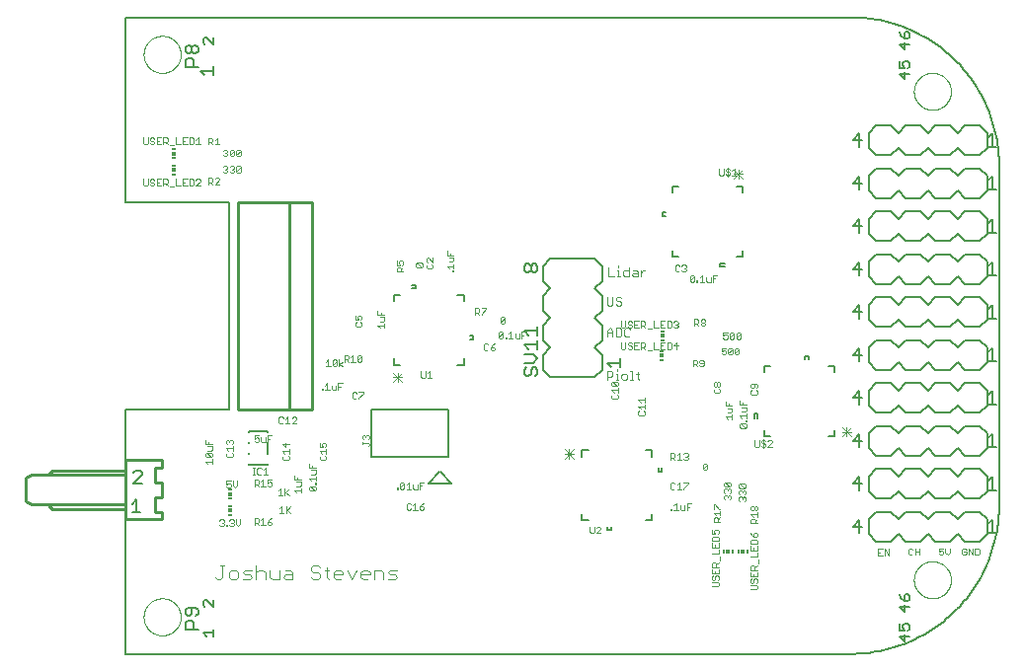
<source format=gto>
G75*
%MOIN*%
%OFA0B0*%
%FSLAX25Y25*%
%IPPOS*%
%LPD*%
%AMOC8*
5,1,8,0,0,1.08239X$1,22.5*
%
%ADD10C,0.00800*%
%ADD11C,0.00200*%
%ADD12C,0.00400*%
%ADD13C,0.00300*%
%ADD14C,0.01000*%
%ADD15R,0.01181X0.00591*%
%ADD16R,0.01181X0.01181*%
%ADD17C,0.00600*%
%ADD18C,0.00500*%
%ADD19C,0.00000*%
%ADD20C,0.00700*%
%ADD21R,0.00591X0.01181*%
D10*
X0055400Y0026400D02*
X0300400Y0026400D01*
X0301608Y0026415D01*
X0302816Y0026458D01*
X0304022Y0026531D01*
X0305226Y0026633D01*
X0306427Y0026765D01*
X0307624Y0026925D01*
X0308818Y0027114D01*
X0310006Y0027331D01*
X0311189Y0027578D01*
X0312366Y0027853D01*
X0313535Y0028156D01*
X0314697Y0028488D01*
X0315851Y0028847D01*
X0316995Y0029234D01*
X0318130Y0029649D01*
X0319255Y0030091D01*
X0320368Y0030560D01*
X0321470Y0031056D01*
X0322560Y0031579D01*
X0323636Y0032127D01*
X0324699Y0032702D01*
X0325748Y0033302D01*
X0326782Y0033927D01*
X0327801Y0034576D01*
X0328803Y0035251D01*
X0329789Y0035949D01*
X0330758Y0036671D01*
X0331709Y0037416D01*
X0332642Y0038184D01*
X0333556Y0038974D01*
X0334451Y0039787D01*
X0335326Y0040620D01*
X0336180Y0041474D01*
X0337013Y0042349D01*
X0337826Y0043244D01*
X0338616Y0044158D01*
X0339384Y0045091D01*
X0340129Y0046042D01*
X0340851Y0047011D01*
X0341549Y0047997D01*
X0342224Y0048999D01*
X0342873Y0050018D01*
X0343498Y0051052D01*
X0344098Y0052101D01*
X0344673Y0053164D01*
X0345221Y0054240D01*
X0345744Y0055330D01*
X0346240Y0056432D01*
X0346709Y0057545D01*
X0347151Y0058670D01*
X0347566Y0059805D01*
X0347953Y0060949D01*
X0348312Y0062103D01*
X0348644Y0063265D01*
X0348947Y0064434D01*
X0349222Y0065611D01*
X0349469Y0066794D01*
X0349686Y0067982D01*
X0349875Y0069176D01*
X0350035Y0070373D01*
X0350167Y0071574D01*
X0350269Y0072778D01*
X0350342Y0073984D01*
X0350385Y0075192D01*
X0350400Y0076400D01*
X0350400Y0191400D01*
X0350385Y0192608D01*
X0350342Y0193816D01*
X0350269Y0195022D01*
X0350167Y0196226D01*
X0350035Y0197427D01*
X0349875Y0198624D01*
X0349686Y0199818D01*
X0349469Y0201006D01*
X0349222Y0202189D01*
X0348947Y0203366D01*
X0348644Y0204535D01*
X0348312Y0205697D01*
X0347953Y0206851D01*
X0347566Y0207995D01*
X0347151Y0209130D01*
X0346709Y0210255D01*
X0346240Y0211368D01*
X0345744Y0212470D01*
X0345221Y0213560D01*
X0344673Y0214636D01*
X0344098Y0215699D01*
X0343498Y0216748D01*
X0342873Y0217782D01*
X0342224Y0218801D01*
X0341549Y0219803D01*
X0340851Y0220789D01*
X0340129Y0221758D01*
X0339384Y0222709D01*
X0338616Y0223642D01*
X0337826Y0224556D01*
X0337013Y0225451D01*
X0336180Y0226326D01*
X0335326Y0227180D01*
X0334451Y0228013D01*
X0333556Y0228826D01*
X0332642Y0229616D01*
X0331709Y0230384D01*
X0330758Y0231129D01*
X0329789Y0231851D01*
X0328803Y0232549D01*
X0327801Y0233224D01*
X0326782Y0233873D01*
X0325748Y0234498D01*
X0324699Y0235098D01*
X0323636Y0235673D01*
X0322560Y0236221D01*
X0321470Y0236744D01*
X0320368Y0237240D01*
X0319255Y0237709D01*
X0318130Y0238151D01*
X0316995Y0238566D01*
X0315851Y0238953D01*
X0314697Y0239312D01*
X0313535Y0239644D01*
X0312366Y0239947D01*
X0311189Y0240222D01*
X0310006Y0240469D01*
X0308818Y0240686D01*
X0307624Y0240875D01*
X0306427Y0241035D01*
X0305226Y0241167D01*
X0304022Y0241269D01*
X0302816Y0241342D01*
X0301608Y0241385D01*
X0300400Y0241400D01*
X0055400Y0241400D01*
X0055400Y0178900D01*
X0090400Y0178900D01*
X0090400Y0108900D01*
X0055400Y0108900D01*
X0055400Y0026400D01*
X0075796Y0034696D02*
X0075796Y0036798D01*
X0076497Y0037498D01*
X0077898Y0037498D01*
X0078599Y0036798D01*
X0078599Y0034696D01*
X0080000Y0034696D02*
X0075796Y0034696D01*
X0076497Y0039300D02*
X0077198Y0039300D01*
X0077898Y0040001D01*
X0077898Y0042102D01*
X0076497Y0042102D02*
X0075796Y0041402D01*
X0075796Y0040001D01*
X0076497Y0039300D01*
X0076497Y0042102D02*
X0079299Y0042102D01*
X0080000Y0041402D01*
X0080000Y0040001D01*
X0079299Y0039300D01*
X0082198Y0221998D02*
X0080796Y0223399D01*
X0085000Y0223399D01*
X0085000Y0221998D02*
X0085000Y0224800D01*
X0080000Y0224696D02*
X0075796Y0224696D01*
X0075796Y0226798D01*
X0076497Y0227498D01*
X0077898Y0227498D01*
X0078599Y0226798D01*
X0078599Y0224696D01*
X0078599Y0229300D02*
X0077898Y0230001D01*
X0077898Y0231402D01*
X0078599Y0232102D01*
X0079299Y0232102D01*
X0080000Y0231402D01*
X0080000Y0230001D01*
X0079299Y0229300D01*
X0078599Y0229300D01*
X0077898Y0230001D02*
X0077198Y0229300D01*
X0076497Y0229300D01*
X0075796Y0230001D01*
X0075796Y0231402D01*
X0076497Y0232102D01*
X0077198Y0232102D01*
X0077898Y0231402D01*
D11*
X0078181Y0200802D02*
X0077080Y0200802D01*
X0077080Y0198600D01*
X0078181Y0198600D01*
X0078548Y0198967D01*
X0078548Y0200435D01*
X0078181Y0200802D01*
X0079290Y0200068D02*
X0080024Y0200802D01*
X0080024Y0198600D01*
X0079290Y0198600D02*
X0080758Y0198600D01*
X0083500Y0198500D02*
X0083500Y0200702D01*
X0084601Y0200702D01*
X0084968Y0200335D01*
X0084968Y0199601D01*
X0084601Y0199234D01*
X0083500Y0199234D01*
X0084234Y0199234D02*
X0084968Y0198500D01*
X0085710Y0198500D02*
X0087178Y0198500D01*
X0086444Y0198500D02*
X0086444Y0200702D01*
X0085710Y0199968D01*
X0088867Y0196702D02*
X0089601Y0196702D01*
X0089968Y0196335D01*
X0089968Y0195968D01*
X0089601Y0195601D01*
X0089968Y0195234D01*
X0089968Y0194867D01*
X0089601Y0194500D01*
X0088867Y0194500D01*
X0088500Y0194867D01*
X0089234Y0195601D02*
X0089601Y0195601D01*
X0088500Y0196335D02*
X0088867Y0196702D01*
X0090710Y0196335D02*
X0091077Y0196702D01*
X0091811Y0196702D01*
X0092178Y0196335D01*
X0090710Y0194867D01*
X0091077Y0194500D01*
X0091811Y0194500D01*
X0092178Y0194867D01*
X0092178Y0196335D01*
X0092920Y0196335D02*
X0093287Y0196702D01*
X0094021Y0196702D01*
X0094388Y0196335D01*
X0092920Y0194867D01*
X0093287Y0194500D01*
X0094021Y0194500D01*
X0094388Y0194867D01*
X0094388Y0196335D01*
X0092920Y0196335D02*
X0092920Y0194867D01*
X0090710Y0194867D02*
X0090710Y0196335D01*
X0091077Y0191202D02*
X0091811Y0191202D01*
X0092178Y0190835D01*
X0092178Y0190468D01*
X0091811Y0190101D01*
X0092178Y0189734D01*
X0092178Y0189367D01*
X0091811Y0189000D01*
X0091077Y0189000D01*
X0090710Y0189367D01*
X0089968Y0189367D02*
X0089601Y0189000D01*
X0088867Y0189000D01*
X0088500Y0189367D01*
X0089234Y0190101D02*
X0089601Y0190101D01*
X0089968Y0189734D01*
X0089968Y0189367D01*
X0089601Y0190101D02*
X0089968Y0190468D01*
X0089968Y0190835D01*
X0089601Y0191202D01*
X0088867Y0191202D01*
X0088500Y0190835D01*
X0090710Y0190835D02*
X0091077Y0191202D01*
X0091444Y0190101D02*
X0091811Y0190101D01*
X0092920Y0190835D02*
X0093287Y0191202D01*
X0094021Y0191202D01*
X0094388Y0190835D01*
X0092920Y0189367D01*
X0093287Y0189000D01*
X0094021Y0189000D01*
X0094388Y0189367D01*
X0094388Y0190835D01*
X0092920Y0190835D02*
X0092920Y0189367D01*
X0087178Y0186835D02*
X0086811Y0187202D01*
X0086077Y0187202D01*
X0085710Y0186835D01*
X0084968Y0186835D02*
X0084968Y0186101D01*
X0084601Y0185734D01*
X0083500Y0185734D01*
X0084234Y0185734D02*
X0084968Y0185000D01*
X0085710Y0185000D02*
X0087178Y0186468D01*
X0087178Y0186835D01*
X0087178Y0185000D02*
X0085710Y0185000D01*
X0084968Y0186835D02*
X0084601Y0187202D01*
X0083500Y0187202D01*
X0083500Y0185000D01*
X0080758Y0184600D02*
X0079290Y0184600D01*
X0080758Y0186068D01*
X0080758Y0186435D01*
X0080391Y0186802D01*
X0079657Y0186802D01*
X0079290Y0186435D01*
X0078548Y0186435D02*
X0078548Y0184967D01*
X0078181Y0184600D01*
X0077080Y0184600D01*
X0077080Y0186802D01*
X0078181Y0186802D01*
X0078548Y0186435D01*
X0076338Y0186802D02*
X0074870Y0186802D01*
X0074870Y0184600D01*
X0076338Y0184600D01*
X0075604Y0185701D02*
X0074870Y0185701D01*
X0074128Y0184600D02*
X0072660Y0184600D01*
X0072660Y0186802D01*
X0071918Y0184233D02*
X0070451Y0184233D01*
X0069709Y0184600D02*
X0068975Y0185334D01*
X0069342Y0185334D02*
X0068241Y0185334D01*
X0068241Y0184600D02*
X0068241Y0186802D01*
X0069342Y0186802D01*
X0069709Y0186435D01*
X0069709Y0185701D01*
X0069342Y0185334D01*
X0067499Y0184600D02*
X0066031Y0184600D01*
X0066031Y0186802D01*
X0067499Y0186802D01*
X0066765Y0185701D02*
X0066031Y0185701D01*
X0065289Y0185334D02*
X0065289Y0184967D01*
X0064922Y0184600D01*
X0064188Y0184600D01*
X0063821Y0184967D01*
X0063079Y0184967D02*
X0063079Y0186802D01*
X0063821Y0186435D02*
X0063821Y0186068D01*
X0064188Y0185701D01*
X0064922Y0185701D01*
X0065289Y0185334D01*
X0065289Y0186435D02*
X0064922Y0186802D01*
X0064188Y0186802D01*
X0063821Y0186435D01*
X0063079Y0184967D02*
X0062712Y0184600D01*
X0061978Y0184600D01*
X0061611Y0184967D01*
X0061611Y0186802D01*
X0061978Y0198600D02*
X0062712Y0198600D01*
X0063079Y0198967D01*
X0063079Y0200802D01*
X0063821Y0200435D02*
X0063821Y0200068D01*
X0064188Y0199701D01*
X0064922Y0199701D01*
X0065289Y0199334D01*
X0065289Y0198967D01*
X0064922Y0198600D01*
X0064188Y0198600D01*
X0063821Y0198967D01*
X0063821Y0200435D02*
X0064188Y0200802D01*
X0064922Y0200802D01*
X0065289Y0200435D01*
X0066031Y0200802D02*
X0066031Y0198600D01*
X0067499Y0198600D01*
X0068241Y0198600D02*
X0068241Y0200802D01*
X0069342Y0200802D01*
X0069709Y0200435D01*
X0069709Y0199701D01*
X0069342Y0199334D01*
X0068241Y0199334D01*
X0068975Y0199334D02*
X0069709Y0198600D01*
X0070451Y0198233D02*
X0071918Y0198233D01*
X0072660Y0198600D02*
X0072660Y0200802D01*
X0072660Y0198600D02*
X0074128Y0198600D01*
X0074870Y0198600D02*
X0076338Y0198600D01*
X0075604Y0199701D02*
X0074870Y0199701D01*
X0074870Y0200802D02*
X0074870Y0198600D01*
X0074870Y0200802D02*
X0076338Y0200802D01*
X0067499Y0200802D02*
X0066031Y0200802D01*
X0066031Y0199701D02*
X0066765Y0199701D01*
X0061978Y0198600D02*
X0061611Y0198967D01*
X0061611Y0200802D01*
X0133098Y0140678D02*
X0133098Y0139210D01*
X0134199Y0139210D01*
X0133832Y0139944D01*
X0133832Y0140311D01*
X0134199Y0140678D01*
X0134933Y0140678D01*
X0135300Y0140311D01*
X0135300Y0139577D01*
X0134933Y0139210D01*
X0134933Y0138468D02*
X0135300Y0138101D01*
X0135300Y0137367D01*
X0134933Y0137000D01*
X0133465Y0137000D01*
X0133098Y0137367D01*
X0133098Y0138101D01*
X0133465Y0138468D01*
X0140598Y0137234D02*
X0142800Y0137234D01*
X0142800Y0136500D02*
X0142800Y0137968D01*
X0142433Y0138710D02*
X0142800Y0139077D01*
X0142800Y0140178D01*
X0141332Y0140178D01*
X0141699Y0140920D02*
X0141699Y0141654D01*
X0140598Y0140920D02*
X0140598Y0142388D01*
X0140598Y0140920D02*
X0142800Y0140920D01*
X0142433Y0138710D02*
X0141332Y0138710D01*
X0140598Y0137234D02*
X0141332Y0136500D01*
X0134891Y0127302D02*
X0135258Y0126935D01*
X0133790Y0125467D01*
X0134157Y0125100D01*
X0134891Y0125100D01*
X0135258Y0125467D01*
X0135258Y0126935D01*
X0134891Y0127302D02*
X0134157Y0127302D01*
X0133790Y0126935D01*
X0133790Y0125467D01*
X0133048Y0125100D02*
X0131580Y0125100D01*
X0132314Y0125100D02*
X0132314Y0127302D01*
X0131580Y0126568D01*
X0130838Y0126935D02*
X0130838Y0126201D01*
X0130471Y0125834D01*
X0129370Y0125834D01*
X0129370Y0125100D02*
X0129370Y0127302D01*
X0130471Y0127302D01*
X0130838Y0126935D01*
X0130104Y0125834D02*
X0130838Y0125100D01*
X0128759Y0125068D02*
X0127658Y0124334D01*
X0128759Y0123600D01*
X0127658Y0123600D02*
X0127658Y0125802D01*
X0126916Y0125435D02*
X0125449Y0123967D01*
X0125816Y0123600D01*
X0126549Y0123600D01*
X0126916Y0123967D01*
X0126916Y0125435D01*
X0126549Y0125802D01*
X0125816Y0125802D01*
X0125449Y0125435D01*
X0125449Y0123967D01*
X0124707Y0123600D02*
X0123239Y0123600D01*
X0123973Y0123600D02*
X0123973Y0125802D01*
X0123239Y0125068D01*
X0123604Y0117802D02*
X0123604Y0115600D01*
X0122870Y0115600D02*
X0124338Y0115600D01*
X0125080Y0115967D02*
X0125447Y0115600D01*
X0126548Y0115600D01*
X0126548Y0117068D01*
X0127290Y0116701D02*
X0128024Y0116701D01*
X0127290Y0115600D02*
X0127290Y0117802D01*
X0128758Y0117802D01*
X0125080Y0117068D02*
X0125080Y0115967D01*
X0123604Y0117802D02*
X0122870Y0117068D01*
X0122132Y0115967D02*
X0122132Y0115600D01*
X0121765Y0115600D01*
X0121765Y0115967D01*
X0122132Y0115967D01*
X0132080Y0114435D02*
X0132080Y0112967D01*
X0132447Y0112600D01*
X0133181Y0112600D01*
X0133548Y0112967D01*
X0134290Y0112967D02*
X0134290Y0112600D01*
X0134290Y0112967D02*
X0135758Y0114435D01*
X0135758Y0114802D01*
X0134290Y0114802D01*
X0133548Y0114435D02*
X0133181Y0114802D01*
X0132447Y0114802D01*
X0132080Y0114435D01*
X0135865Y0100258D02*
X0136232Y0100258D01*
X0136599Y0099891D01*
X0136966Y0100258D01*
X0137333Y0100258D01*
X0137700Y0099891D01*
X0137700Y0099157D01*
X0137333Y0098790D01*
X0136599Y0099524D02*
X0136599Y0099891D01*
X0135865Y0100258D02*
X0135498Y0099891D01*
X0135498Y0099157D01*
X0135865Y0098790D01*
X0135498Y0098048D02*
X0135498Y0097314D01*
X0135498Y0097681D02*
X0137333Y0097681D01*
X0137700Y0097314D01*
X0137700Y0096947D01*
X0137333Y0096580D01*
X0123200Y0096657D02*
X0122833Y0096290D01*
X0123200Y0096657D02*
X0123200Y0097391D01*
X0122833Y0097758D01*
X0122099Y0097758D01*
X0121732Y0097391D01*
X0121732Y0097024D01*
X0122099Y0096290D01*
X0120998Y0096290D01*
X0120998Y0097758D01*
X0120998Y0094814D02*
X0123200Y0094814D01*
X0123200Y0094080D02*
X0123200Y0095548D01*
X0121732Y0094080D02*
X0120998Y0094814D01*
X0121365Y0093338D02*
X0120998Y0092971D01*
X0120998Y0092237D01*
X0121365Y0091870D01*
X0122833Y0091870D01*
X0123200Y0092237D01*
X0123200Y0092971D01*
X0122833Y0093338D01*
X0119700Y0089290D02*
X0117498Y0089290D01*
X0117498Y0090758D01*
X0118599Y0090024D02*
X0118599Y0089290D01*
X0118232Y0088548D02*
X0119700Y0088548D01*
X0119700Y0087447D01*
X0119333Y0087080D01*
X0118232Y0087080D01*
X0119700Y0086338D02*
X0119700Y0084870D01*
X0119700Y0085604D02*
X0117498Y0085604D01*
X0118232Y0084870D01*
X0119333Y0084132D02*
X0119700Y0084132D01*
X0119700Y0083765D01*
X0119333Y0083765D01*
X0119333Y0084132D01*
X0119333Y0083023D02*
X0119700Y0082656D01*
X0119700Y0081922D01*
X0119333Y0081556D01*
X0117865Y0083023D01*
X0119333Y0083023D01*
X0119333Y0081556D02*
X0117865Y0081556D01*
X0117498Y0081922D01*
X0117498Y0082656D01*
X0117865Y0083023D01*
X0114700Y0083447D02*
X0114700Y0084548D01*
X0113232Y0084548D01*
X0113599Y0085290D02*
X0113599Y0086024D01*
X0112498Y0085290D02*
X0112498Y0086758D01*
X0112498Y0085290D02*
X0114700Y0085290D01*
X0114700Y0083447D02*
X0114333Y0083080D01*
X0113232Y0083080D01*
X0114700Y0082338D02*
X0114700Y0080870D01*
X0114700Y0081604D02*
X0112498Y0081604D01*
X0113232Y0080870D01*
X0110678Y0080000D02*
X0109577Y0081101D01*
X0109210Y0080734D02*
X0110678Y0082202D01*
X0109210Y0082202D02*
X0109210Y0080000D01*
X0108468Y0080000D02*
X0107000Y0080000D01*
X0107734Y0080000D02*
X0107734Y0082202D01*
X0107000Y0081468D01*
X0104888Y0083367D02*
X0104521Y0083000D01*
X0103787Y0083000D01*
X0103420Y0083367D01*
X0103420Y0084101D02*
X0104154Y0084468D01*
X0104521Y0084468D01*
X0104888Y0084101D01*
X0104888Y0083367D01*
X0103420Y0084101D02*
X0103420Y0085202D01*
X0104888Y0085202D01*
X0103651Y0087000D02*
X0102183Y0087000D01*
X0102917Y0087000D02*
X0102917Y0089202D01*
X0102183Y0088468D01*
X0101441Y0088835D02*
X0101074Y0089202D01*
X0100340Y0089202D01*
X0099973Y0088835D01*
X0099973Y0087367D01*
X0100340Y0087000D01*
X0101074Y0087000D01*
X0101441Y0087367D01*
X0101944Y0085202D02*
X0101944Y0083000D01*
X0101210Y0083000D02*
X0102678Y0083000D01*
X0101210Y0084468D02*
X0101944Y0085202D01*
X0100468Y0084835D02*
X0100468Y0084101D01*
X0100101Y0083734D01*
X0099000Y0083734D01*
X0099734Y0083734D02*
X0100468Y0083000D01*
X0099000Y0083000D02*
X0099000Y0085202D01*
X0100101Y0085202D01*
X0100468Y0084835D01*
X0099234Y0087000D02*
X0098500Y0087000D01*
X0098867Y0087000D02*
X0098867Y0089202D01*
X0098500Y0089202D02*
X0099234Y0089202D01*
X0093258Y0084802D02*
X0093258Y0083334D01*
X0092524Y0082600D01*
X0091790Y0083334D01*
X0091790Y0084802D01*
X0091048Y0084802D02*
X0089580Y0084802D01*
X0089580Y0083701D01*
X0090314Y0084068D01*
X0090681Y0084068D01*
X0091048Y0083701D01*
X0091048Y0082967D01*
X0090681Y0082600D01*
X0089947Y0082600D01*
X0089580Y0082967D01*
X0084700Y0090660D02*
X0084700Y0092128D01*
X0084700Y0091394D02*
X0082498Y0091394D01*
X0083232Y0090660D01*
X0082865Y0092870D02*
X0082498Y0093237D01*
X0082498Y0093971D01*
X0082865Y0094338D01*
X0084333Y0092870D01*
X0084700Y0093237D01*
X0084700Y0093971D01*
X0084333Y0094338D01*
X0082865Y0094338D01*
X0083232Y0095080D02*
X0084333Y0095080D01*
X0084700Y0095447D01*
X0084700Y0096548D01*
X0083232Y0096548D01*
X0083599Y0097290D02*
X0083599Y0098024D01*
X0084700Y0097290D02*
X0082498Y0097290D01*
X0082498Y0098758D01*
X0082865Y0092870D02*
X0084333Y0092870D01*
X0089498Y0093237D02*
X0089865Y0092870D01*
X0091333Y0092870D01*
X0091700Y0093237D01*
X0091700Y0093971D01*
X0091333Y0094338D01*
X0091700Y0095080D02*
X0091700Y0096548D01*
X0091700Y0095814D02*
X0089498Y0095814D01*
X0090232Y0095080D01*
X0089865Y0094338D02*
X0089498Y0093971D01*
X0089498Y0093237D01*
X0089865Y0097290D02*
X0089498Y0097657D01*
X0089498Y0098391D01*
X0089865Y0098758D01*
X0090232Y0098758D01*
X0090599Y0098391D01*
X0090966Y0098758D01*
X0091333Y0098758D01*
X0091700Y0098391D01*
X0091700Y0097657D01*
X0091333Y0097290D01*
X0090599Y0098024D02*
X0090599Y0098391D01*
X0099000Y0098367D02*
X0099367Y0098000D01*
X0100101Y0098000D01*
X0100468Y0098367D01*
X0100468Y0099101D01*
X0100101Y0099468D01*
X0099734Y0099468D01*
X0099000Y0099101D01*
X0099000Y0100202D01*
X0100468Y0100202D01*
X0101210Y0099468D02*
X0101210Y0098367D01*
X0101577Y0098000D01*
X0102678Y0098000D01*
X0102678Y0099468D01*
X0103420Y0099101D02*
X0104154Y0099101D01*
X0103420Y0100202D02*
X0104888Y0100202D01*
X0103420Y0100202D02*
X0103420Y0098000D01*
X0108498Y0097391D02*
X0109599Y0096290D01*
X0109599Y0097758D01*
X0110700Y0097391D02*
X0108498Y0097391D01*
X0108498Y0094814D02*
X0110700Y0094814D01*
X0110700Y0094080D02*
X0110700Y0095548D01*
X0109232Y0094080D02*
X0108498Y0094814D01*
X0108865Y0093338D02*
X0108498Y0092971D01*
X0108498Y0092237D01*
X0108865Y0091870D01*
X0110333Y0091870D01*
X0110700Y0092237D01*
X0110700Y0092971D01*
X0110333Y0093338D01*
X0110194Y0104250D02*
X0110194Y0106452D01*
X0109460Y0105718D01*
X0108718Y0106085D02*
X0108351Y0106452D01*
X0107617Y0106452D01*
X0107250Y0106085D01*
X0107250Y0104617D01*
X0107617Y0104250D01*
X0108351Y0104250D01*
X0108718Y0104617D01*
X0109460Y0104250D02*
X0110928Y0104250D01*
X0111670Y0104250D02*
X0113138Y0105718D01*
X0113138Y0106085D01*
X0112771Y0106452D01*
X0112037Y0106452D01*
X0111670Y0106085D01*
X0111670Y0104250D02*
X0113138Y0104250D01*
X0147056Y0082467D02*
X0147422Y0082467D01*
X0147422Y0082100D01*
X0147056Y0082100D01*
X0147056Y0082467D01*
X0148160Y0082467D02*
X0149628Y0083935D01*
X0149628Y0082467D01*
X0149261Y0082100D01*
X0148527Y0082100D01*
X0148160Y0082467D01*
X0148160Y0083935D01*
X0148527Y0084302D01*
X0149261Y0084302D01*
X0149628Y0083935D01*
X0150370Y0083568D02*
X0151104Y0084302D01*
X0151104Y0082100D01*
X0150370Y0082100D02*
X0151838Y0082100D01*
X0152580Y0082467D02*
X0152947Y0082100D01*
X0154048Y0082100D01*
X0154048Y0083568D01*
X0154790Y0083201D02*
X0155524Y0083201D01*
X0154790Y0084302D02*
X0156258Y0084302D01*
X0154790Y0084302D02*
X0154790Y0082100D01*
X0152580Y0082467D02*
X0152580Y0083568D01*
X0153314Y0077302D02*
X0153314Y0075100D01*
X0152580Y0075100D02*
X0154048Y0075100D01*
X0154790Y0075467D02*
X0155157Y0075100D01*
X0155891Y0075100D01*
X0156258Y0075467D01*
X0156258Y0075834D01*
X0155891Y0076201D01*
X0154790Y0076201D01*
X0154790Y0075467D01*
X0154790Y0076201D02*
X0155524Y0076935D01*
X0156258Y0077302D01*
X0153314Y0077302D02*
X0152580Y0076568D01*
X0151838Y0076935D02*
X0151471Y0077302D01*
X0150737Y0077302D01*
X0150370Y0076935D01*
X0150370Y0075467D01*
X0150737Y0075100D01*
X0151471Y0075100D01*
X0151838Y0075467D01*
X0111178Y0076202D02*
X0109710Y0074734D01*
X0110077Y0075101D02*
X0111178Y0074000D01*
X0109710Y0074000D02*
X0109710Y0076202D01*
X0108234Y0076202D02*
X0108234Y0074000D01*
X0107500Y0074000D02*
X0108968Y0074000D01*
X0107500Y0075468D02*
X0108234Y0076202D01*
X0104888Y0072202D02*
X0104154Y0071835D01*
X0103420Y0071101D01*
X0104521Y0071101D01*
X0104888Y0070734D01*
X0104888Y0070367D01*
X0104521Y0070000D01*
X0103787Y0070000D01*
X0103420Y0070367D01*
X0103420Y0071101D01*
X0102678Y0070000D02*
X0101210Y0070000D01*
X0101944Y0070000D02*
X0101944Y0072202D01*
X0101210Y0071468D01*
X0100468Y0071835D02*
X0100468Y0071101D01*
X0100101Y0070734D01*
X0099000Y0070734D01*
X0099734Y0070734D02*
X0100468Y0070000D01*
X0099000Y0070000D02*
X0099000Y0072202D01*
X0100101Y0072202D01*
X0100468Y0071835D01*
X0094258Y0071802D02*
X0094258Y0070334D01*
X0093524Y0069600D01*
X0092790Y0070334D01*
X0092790Y0071802D01*
X0092048Y0071435D02*
X0091681Y0071802D01*
X0090947Y0071802D01*
X0090580Y0071435D01*
X0091314Y0070701D02*
X0091681Y0070701D01*
X0092048Y0070334D01*
X0092048Y0069967D01*
X0091681Y0069600D01*
X0090947Y0069600D01*
X0090580Y0069967D01*
X0089842Y0069967D02*
X0089842Y0069600D01*
X0089475Y0069600D01*
X0089475Y0069967D01*
X0089842Y0069967D01*
X0088733Y0069967D02*
X0088366Y0069600D01*
X0087632Y0069600D01*
X0087265Y0069967D01*
X0087999Y0070701D02*
X0088366Y0070701D01*
X0088733Y0070334D01*
X0088733Y0069967D01*
X0088366Y0070701D02*
X0088733Y0071068D01*
X0088733Y0071435D01*
X0088366Y0071802D01*
X0087632Y0071802D01*
X0087265Y0071435D01*
X0091681Y0070701D02*
X0092048Y0071068D01*
X0092048Y0071435D01*
X0155300Y0120067D02*
X0155667Y0119700D01*
X0156401Y0119700D01*
X0156768Y0120067D01*
X0156768Y0121902D01*
X0157510Y0121168D02*
X0158244Y0121902D01*
X0158244Y0119700D01*
X0157510Y0119700D02*
X0158978Y0119700D01*
X0155300Y0120067D02*
X0155300Y0121902D01*
X0176500Y0129367D02*
X0176867Y0129000D01*
X0177601Y0129000D01*
X0177968Y0129367D01*
X0178710Y0129367D02*
X0179077Y0129000D01*
X0179811Y0129000D01*
X0180178Y0129367D01*
X0180178Y0129734D01*
X0179811Y0130101D01*
X0178710Y0130101D01*
X0178710Y0129367D01*
X0178710Y0130101D02*
X0179444Y0130835D01*
X0180178Y0131202D01*
X0177968Y0130835D02*
X0177601Y0131202D01*
X0176867Y0131202D01*
X0176500Y0130835D01*
X0176500Y0129367D01*
X0181500Y0133367D02*
X0182968Y0134835D01*
X0182968Y0133367D01*
X0182601Y0133000D01*
X0181867Y0133000D01*
X0181500Y0133367D01*
X0181500Y0134835D01*
X0181867Y0135202D01*
X0182601Y0135202D01*
X0182968Y0134835D01*
X0183710Y0133367D02*
X0184077Y0133367D01*
X0184077Y0133000D01*
X0183710Y0133000D01*
X0183710Y0133367D01*
X0184815Y0133000D02*
X0186283Y0133000D01*
X0185549Y0133000D02*
X0185549Y0135202D01*
X0184815Y0134468D01*
X0187025Y0134468D02*
X0187025Y0133367D01*
X0187392Y0133000D01*
X0188493Y0133000D01*
X0188493Y0134468D01*
X0189235Y0134101D02*
X0189969Y0134101D01*
X0190702Y0135202D02*
X0189235Y0135202D01*
X0189235Y0133000D01*
X0183468Y0138367D02*
X0183101Y0138000D01*
X0182367Y0138000D01*
X0182000Y0138367D01*
X0183468Y0139835D01*
X0183468Y0138367D01*
X0183468Y0139835D02*
X0183101Y0140202D01*
X0182367Y0140202D01*
X0182000Y0139835D01*
X0182000Y0138367D01*
X0177178Y0142835D02*
X0175710Y0141367D01*
X0175710Y0141000D01*
X0174968Y0141000D02*
X0174234Y0141734D01*
X0174601Y0141734D02*
X0173500Y0141734D01*
X0173500Y0141000D02*
X0173500Y0143202D01*
X0174601Y0143202D01*
X0174968Y0142835D01*
X0174968Y0142101D01*
X0174601Y0141734D01*
X0175710Y0143202D02*
X0177178Y0143202D01*
X0177178Y0142835D01*
X0166300Y0155500D02*
X0166300Y0155867D01*
X0165933Y0155867D01*
X0165933Y0155500D01*
X0166300Y0155500D01*
X0166300Y0156605D02*
X0166300Y0158073D01*
X0166300Y0157339D02*
X0164098Y0157339D01*
X0164832Y0156605D01*
X0164832Y0158815D02*
X0165933Y0158815D01*
X0166300Y0159182D01*
X0166300Y0160283D01*
X0164832Y0160283D01*
X0165199Y0161025D02*
X0165199Y0161759D01*
X0164098Y0161025D02*
X0164098Y0162493D01*
X0164098Y0161025D02*
X0166300Y0161025D01*
X0159300Y0160178D02*
X0159300Y0158710D01*
X0157832Y0160178D01*
X0157465Y0160178D01*
X0157098Y0159811D01*
X0157098Y0159077D01*
X0157465Y0158710D01*
X0157465Y0157968D02*
X0157098Y0157601D01*
X0157098Y0156867D01*
X0157465Y0156500D01*
X0158933Y0156500D01*
X0159300Y0156867D01*
X0159300Y0157601D01*
X0158933Y0157968D01*
X0155800Y0158101D02*
X0155433Y0158468D01*
X0153965Y0158468D01*
X0155433Y0157000D01*
X0155800Y0157367D01*
X0155800Y0158101D01*
X0155433Y0157000D02*
X0153965Y0157000D01*
X0153598Y0157367D01*
X0153598Y0158101D01*
X0153965Y0158468D01*
X0149300Y0158811D02*
X0149300Y0158077D01*
X0148933Y0157710D01*
X0148199Y0157710D02*
X0147832Y0158444D01*
X0147832Y0158811D01*
X0148199Y0159178D01*
X0148933Y0159178D01*
X0149300Y0158811D01*
X0148199Y0157710D02*
X0147098Y0157710D01*
X0147098Y0159178D01*
X0147465Y0156968D02*
X0148199Y0156968D01*
X0148566Y0156601D01*
X0148566Y0155500D01*
X0148566Y0156234D02*
X0149300Y0156968D01*
X0149300Y0155500D02*
X0147098Y0155500D01*
X0147098Y0156601D01*
X0147465Y0156968D01*
X0219598Y0118021D02*
X0219598Y0117287D01*
X0219965Y0116920D01*
X0221433Y0116920D01*
X0219965Y0118388D01*
X0221433Y0118388D01*
X0221800Y0118021D01*
X0221800Y0117287D01*
X0221433Y0116920D01*
X0221800Y0116178D02*
X0221800Y0114710D01*
X0221800Y0115444D02*
X0219598Y0115444D01*
X0220332Y0114710D01*
X0219965Y0113968D02*
X0219598Y0113601D01*
X0219598Y0112867D01*
X0219965Y0112500D01*
X0221433Y0112500D01*
X0221800Y0112867D01*
X0221800Y0113601D01*
X0221433Y0113968D01*
X0219598Y0118021D02*
X0219965Y0118388D01*
X0228598Y0112154D02*
X0230800Y0112154D01*
X0230800Y0111420D02*
X0230800Y0112888D01*
X0229332Y0111420D02*
X0228598Y0112154D01*
X0228598Y0109944D02*
X0230800Y0109944D01*
X0230800Y0109210D02*
X0230800Y0110678D01*
X0229332Y0109210D02*
X0228598Y0109944D01*
X0228965Y0108468D02*
X0228598Y0108101D01*
X0228598Y0107367D01*
X0228965Y0107000D01*
X0230433Y0107000D01*
X0230800Y0107367D01*
X0230800Y0108101D01*
X0230433Y0108468D01*
X0239500Y0094202D02*
X0240601Y0094202D01*
X0240968Y0093835D01*
X0240968Y0093101D01*
X0240601Y0092734D01*
X0239500Y0092734D01*
X0240234Y0092734D02*
X0240968Y0092000D01*
X0241710Y0092000D02*
X0243178Y0092000D01*
X0242444Y0092000D02*
X0242444Y0094202D01*
X0241710Y0093468D01*
X0243920Y0093835D02*
X0244287Y0094202D01*
X0245021Y0094202D01*
X0245388Y0093835D01*
X0245388Y0093468D01*
X0245021Y0093101D01*
X0245388Y0092734D01*
X0245388Y0092367D01*
X0245021Y0092000D01*
X0244287Y0092000D01*
X0243920Y0092367D01*
X0244654Y0093101D02*
X0245021Y0093101D01*
X0250500Y0090335D02*
X0250867Y0090702D01*
X0251601Y0090702D01*
X0251968Y0090335D01*
X0250500Y0088867D01*
X0250867Y0088500D01*
X0251601Y0088500D01*
X0251968Y0088867D01*
X0251968Y0090335D01*
X0250500Y0090335D02*
X0250500Y0088867D01*
X0245388Y0084202D02*
X0243920Y0084202D01*
X0245388Y0084202D02*
X0245388Y0083835D01*
X0243920Y0082367D01*
X0243920Y0082000D01*
X0243178Y0082000D02*
X0241710Y0082000D01*
X0242444Y0082000D02*
X0242444Y0084202D01*
X0241710Y0083468D01*
X0240968Y0083835D02*
X0240601Y0084202D01*
X0239867Y0084202D01*
X0239500Y0083835D01*
X0239500Y0082367D01*
X0239867Y0082000D01*
X0240601Y0082000D01*
X0240968Y0082367D01*
X0241339Y0077202D02*
X0241339Y0075000D01*
X0240605Y0075000D02*
X0242073Y0075000D01*
X0242815Y0075367D02*
X0243182Y0075000D01*
X0244283Y0075000D01*
X0244283Y0076468D01*
X0245025Y0076101D02*
X0245759Y0076101D01*
X0245025Y0077202D02*
X0246493Y0077202D01*
X0245025Y0077202D02*
X0245025Y0075000D01*
X0242815Y0075367D02*
X0242815Y0076468D01*
X0241339Y0077202D02*
X0240605Y0076468D01*
X0239867Y0075367D02*
X0239867Y0075000D01*
X0239500Y0075000D01*
X0239500Y0075367D01*
X0239867Y0075367D01*
X0254098Y0075420D02*
X0254098Y0076888D01*
X0254465Y0076888D01*
X0255933Y0075420D01*
X0256300Y0075420D01*
X0256300Y0074678D02*
X0256300Y0073210D01*
X0256300Y0073944D02*
X0254098Y0073944D01*
X0254832Y0073210D01*
X0254465Y0072468D02*
X0255199Y0072468D01*
X0255566Y0072101D01*
X0255566Y0071000D01*
X0255566Y0071734D02*
X0256300Y0072468D01*
X0256300Y0071000D02*
X0254098Y0071000D01*
X0254098Y0072101D01*
X0254465Y0072468D01*
X0254599Y0068258D02*
X0255333Y0068258D01*
X0255700Y0067891D01*
X0255700Y0067157D01*
X0255333Y0066790D01*
X0254599Y0066790D02*
X0254232Y0067524D01*
X0254232Y0067891D01*
X0254599Y0068258D01*
X0253498Y0068258D02*
X0253498Y0066790D01*
X0254599Y0066790D01*
X0253865Y0066048D02*
X0253498Y0065681D01*
X0253498Y0064580D01*
X0255700Y0064580D01*
X0255700Y0065681D01*
X0255333Y0066048D01*
X0253865Y0066048D01*
X0253498Y0063838D02*
X0253498Y0062370D01*
X0255700Y0062370D01*
X0255700Y0063838D01*
X0254599Y0063104D02*
X0254599Y0062370D01*
X0255700Y0061628D02*
X0255700Y0060160D01*
X0253498Y0060160D01*
X0256067Y0059418D02*
X0256067Y0057951D01*
X0255700Y0057209D02*
X0254966Y0056475D01*
X0254966Y0056842D02*
X0254966Y0055741D01*
X0255700Y0055741D02*
X0253498Y0055741D01*
X0253498Y0056842D01*
X0253865Y0057209D01*
X0254599Y0057209D01*
X0254966Y0056842D01*
X0255700Y0054999D02*
X0255700Y0053531D01*
X0253498Y0053531D01*
X0253498Y0054999D01*
X0254599Y0054265D02*
X0254599Y0053531D01*
X0254966Y0052789D02*
X0255333Y0052789D01*
X0255700Y0052422D01*
X0255700Y0051688D01*
X0255333Y0051321D01*
X0255333Y0050579D02*
X0253498Y0050579D01*
X0253865Y0051321D02*
X0254232Y0051321D01*
X0254599Y0051688D01*
X0254599Y0052422D01*
X0254966Y0052789D01*
X0253865Y0052789D02*
X0253498Y0052422D01*
X0253498Y0051688D01*
X0253865Y0051321D01*
X0255333Y0050579D02*
X0255700Y0050212D01*
X0255700Y0049478D01*
X0255333Y0049111D01*
X0253498Y0049111D01*
X0266498Y0049579D02*
X0268333Y0049579D01*
X0268700Y0049212D01*
X0268700Y0048478D01*
X0268333Y0048111D01*
X0266498Y0048111D01*
X0266865Y0050321D02*
X0266498Y0050688D01*
X0266498Y0051422D01*
X0266865Y0051789D01*
X0267599Y0051422D02*
X0267966Y0051789D01*
X0268333Y0051789D01*
X0268700Y0051422D01*
X0268700Y0050688D01*
X0268333Y0050321D01*
X0267599Y0050688D02*
X0267599Y0051422D01*
X0267599Y0050688D02*
X0267232Y0050321D01*
X0266865Y0050321D01*
X0266498Y0052531D02*
X0268700Y0052531D01*
X0268700Y0053999D01*
X0268700Y0054741D02*
X0266498Y0054741D01*
X0266498Y0055842D01*
X0266865Y0056209D01*
X0267599Y0056209D01*
X0267966Y0055842D01*
X0267966Y0054741D01*
X0267966Y0055475D02*
X0268700Y0056209D01*
X0269067Y0056951D02*
X0269067Y0058418D01*
X0268700Y0059160D02*
X0266498Y0059160D01*
X0268700Y0059160D02*
X0268700Y0060628D01*
X0268700Y0061370D02*
X0266498Y0061370D01*
X0266498Y0062838D01*
X0266498Y0063580D02*
X0266498Y0064681D01*
X0266865Y0065048D01*
X0268333Y0065048D01*
X0268700Y0064681D01*
X0268700Y0063580D01*
X0266498Y0063580D01*
X0267599Y0062104D02*
X0267599Y0061370D01*
X0268700Y0061370D02*
X0268700Y0062838D01*
X0268333Y0065790D02*
X0268700Y0066157D01*
X0268700Y0066891D01*
X0268333Y0067258D01*
X0267966Y0067258D01*
X0267599Y0066891D01*
X0267599Y0065790D01*
X0268333Y0065790D01*
X0267599Y0065790D02*
X0266865Y0066524D01*
X0266498Y0067258D01*
X0266598Y0070500D02*
X0266598Y0071601D01*
X0266965Y0071968D01*
X0267699Y0071968D01*
X0268066Y0071601D01*
X0268066Y0070500D01*
X0268066Y0071234D02*
X0268800Y0071968D01*
X0268800Y0072710D02*
X0268800Y0074178D01*
X0268800Y0073444D02*
X0266598Y0073444D01*
X0267332Y0072710D01*
X0267332Y0074920D02*
X0266965Y0074920D01*
X0266598Y0075287D01*
X0266598Y0076021D01*
X0266965Y0076388D01*
X0267332Y0076388D01*
X0267699Y0076021D01*
X0267699Y0075287D01*
X0267332Y0074920D01*
X0267699Y0075287D02*
X0268066Y0074920D01*
X0268433Y0074920D01*
X0268800Y0075287D01*
X0268800Y0076021D01*
X0268433Y0076388D01*
X0268066Y0076388D01*
X0267699Y0076021D01*
X0264800Y0078367D02*
X0264433Y0078000D01*
X0264800Y0078367D02*
X0264800Y0079101D01*
X0264433Y0079468D01*
X0264066Y0079468D01*
X0263699Y0079101D01*
X0263699Y0078734D01*
X0263699Y0079101D02*
X0263332Y0079468D01*
X0262965Y0079468D01*
X0262598Y0079101D01*
X0262598Y0078367D01*
X0262965Y0078000D01*
X0262965Y0080210D02*
X0262598Y0080577D01*
X0262598Y0081311D01*
X0262965Y0081678D01*
X0263332Y0081678D01*
X0263699Y0081311D01*
X0264066Y0081678D01*
X0264433Y0081678D01*
X0264800Y0081311D01*
X0264800Y0080577D01*
X0264433Y0080210D01*
X0263699Y0080944D02*
X0263699Y0081311D01*
X0262965Y0082420D02*
X0262598Y0082787D01*
X0262598Y0083521D01*
X0262965Y0083888D01*
X0264433Y0082420D01*
X0264800Y0082787D01*
X0264800Y0083521D01*
X0264433Y0083888D01*
X0262965Y0083888D01*
X0262965Y0082420D02*
X0264433Y0082420D01*
X0259800Y0081811D02*
X0259800Y0081077D01*
X0259433Y0080710D01*
X0259433Y0079968D02*
X0259800Y0079601D01*
X0259800Y0078867D01*
X0259433Y0078500D01*
X0258699Y0079234D02*
X0258699Y0079601D01*
X0259066Y0079968D01*
X0259433Y0079968D01*
X0258699Y0079601D02*
X0258332Y0079968D01*
X0257965Y0079968D01*
X0257598Y0079601D01*
X0257598Y0078867D01*
X0257965Y0078500D01*
X0257965Y0080710D02*
X0257598Y0081077D01*
X0257598Y0081811D01*
X0257965Y0082178D01*
X0258332Y0082178D01*
X0258699Y0081811D01*
X0259066Y0082178D01*
X0259433Y0082178D01*
X0259800Y0081811D01*
X0258699Y0081811D02*
X0258699Y0081444D01*
X0257965Y0082920D02*
X0257598Y0083287D01*
X0257598Y0084021D01*
X0257965Y0084388D01*
X0259433Y0082920D01*
X0259800Y0083287D01*
X0259800Y0084021D01*
X0259433Y0084388D01*
X0257965Y0084388D01*
X0257965Y0082920D02*
X0259433Y0082920D01*
X0266598Y0070500D02*
X0268800Y0070500D01*
X0266498Y0053999D02*
X0266498Y0052531D01*
X0267599Y0052531D02*
X0267599Y0053265D01*
X0309580Y0059600D02*
X0311048Y0059600D01*
X0311790Y0059600D02*
X0311790Y0061802D01*
X0313258Y0059600D01*
X0313258Y0061802D01*
X0311048Y0061802D02*
X0309580Y0061802D01*
X0309580Y0059600D01*
X0309580Y0060701D02*
X0310314Y0060701D01*
X0319830Y0060217D02*
X0320197Y0059850D01*
X0320931Y0059850D01*
X0321298Y0060217D01*
X0322040Y0059850D02*
X0322040Y0062052D01*
X0321298Y0061685D02*
X0320931Y0062052D01*
X0320197Y0062052D01*
X0319830Y0061685D01*
X0319830Y0060217D01*
X0322040Y0060951D02*
X0323508Y0060951D01*
X0323508Y0062052D02*
X0323508Y0059850D01*
X0330080Y0060217D02*
X0330447Y0059850D01*
X0331181Y0059850D01*
X0331548Y0060217D01*
X0331548Y0060951D01*
X0331181Y0061318D01*
X0330814Y0061318D01*
X0330080Y0060951D01*
X0330080Y0062052D01*
X0331548Y0062052D01*
X0332290Y0062052D02*
X0332290Y0060584D01*
X0333024Y0059850D01*
X0333758Y0060584D01*
X0333758Y0062052D01*
X0337870Y0061685D02*
X0337870Y0060217D01*
X0338237Y0059850D01*
X0338971Y0059850D01*
X0339338Y0060217D01*
X0339338Y0060951D01*
X0338604Y0060951D01*
X0337870Y0061685D02*
X0338237Y0062052D01*
X0338971Y0062052D01*
X0339338Y0061685D01*
X0340080Y0062052D02*
X0341548Y0059850D01*
X0341548Y0062052D01*
X0342290Y0062052D02*
X0342290Y0059850D01*
X0343391Y0059850D01*
X0343758Y0060217D01*
X0343758Y0061685D01*
X0343391Y0062052D01*
X0342290Y0062052D01*
X0340080Y0062052D02*
X0340080Y0059850D01*
X0273788Y0096350D02*
X0272320Y0096350D01*
X0273788Y0097818D01*
X0273788Y0098185D01*
X0273421Y0098552D01*
X0272687Y0098552D01*
X0272320Y0098185D01*
X0271578Y0098185D02*
X0271211Y0098552D01*
X0270477Y0098552D01*
X0270110Y0098185D01*
X0270110Y0097818D01*
X0270477Y0097451D01*
X0271211Y0097451D01*
X0271578Y0097084D01*
X0271578Y0096717D01*
X0271211Y0096350D01*
X0270477Y0096350D01*
X0270110Y0096717D01*
X0269368Y0096717D02*
X0269368Y0098552D01*
X0267900Y0098552D02*
X0267900Y0096717D01*
X0268267Y0096350D01*
X0269001Y0096350D01*
X0269368Y0096717D01*
X0270844Y0095983D02*
X0270844Y0098919D01*
X0265050Y0103117D02*
X0264683Y0102750D01*
X0263215Y0104218D01*
X0264683Y0104218D01*
X0265050Y0103851D01*
X0265050Y0103117D01*
X0264683Y0102750D02*
X0263215Y0102750D01*
X0262848Y0103117D01*
X0262848Y0103851D01*
X0263215Y0104218D01*
X0264683Y0104960D02*
X0264683Y0105327D01*
X0265050Y0105327D01*
X0265050Y0104960D01*
X0264683Y0104960D01*
X0265050Y0106065D02*
X0265050Y0107533D01*
X0265050Y0106799D02*
X0262848Y0106799D01*
X0263582Y0106065D01*
X0263582Y0108275D02*
X0264683Y0108275D01*
X0265050Y0108642D01*
X0265050Y0109743D01*
X0263582Y0109743D01*
X0263949Y0110485D02*
X0263949Y0111219D01*
X0262848Y0111952D02*
X0262848Y0110485D01*
X0265050Y0110485D01*
X0266965Y0114000D02*
X0266598Y0114367D01*
X0266598Y0115101D01*
X0266965Y0115468D01*
X0266965Y0116210D02*
X0267332Y0116210D01*
X0267699Y0116577D01*
X0267699Y0117678D01*
X0266965Y0117678D02*
X0266598Y0117311D01*
X0266598Y0116577D01*
X0266965Y0116210D01*
X0266965Y0117678D02*
X0268433Y0117678D01*
X0268800Y0117311D01*
X0268800Y0116577D01*
X0268433Y0116210D01*
X0268433Y0115468D02*
X0268800Y0115101D01*
X0268800Y0114367D01*
X0268433Y0114000D01*
X0266965Y0114000D01*
X0260300Y0110170D02*
X0258098Y0110170D01*
X0258098Y0111638D01*
X0259199Y0110904D02*
X0259199Y0110170D01*
X0258832Y0109428D02*
X0260300Y0109428D01*
X0260300Y0108327D01*
X0259933Y0107960D01*
X0258832Y0107960D01*
X0260300Y0107218D02*
X0260300Y0105750D01*
X0260300Y0106484D02*
X0258098Y0106484D01*
X0258832Y0105750D01*
X0255933Y0114500D02*
X0254465Y0114500D01*
X0254098Y0114867D01*
X0254098Y0115601D01*
X0254465Y0115968D01*
X0254465Y0116710D02*
X0254832Y0116710D01*
X0255199Y0117077D01*
X0255199Y0117811D01*
X0255566Y0118178D01*
X0255933Y0118178D01*
X0256300Y0117811D01*
X0256300Y0117077D01*
X0255933Y0116710D01*
X0255566Y0116710D01*
X0255199Y0117077D01*
X0255199Y0117811D02*
X0254832Y0118178D01*
X0254465Y0118178D01*
X0254098Y0117811D01*
X0254098Y0117077D01*
X0254465Y0116710D01*
X0255933Y0115968D02*
X0256300Y0115601D01*
X0256300Y0114867D01*
X0255933Y0114500D01*
X0250311Y0123500D02*
X0250678Y0123867D01*
X0250678Y0125335D01*
X0250311Y0125702D01*
X0249577Y0125702D01*
X0249210Y0125335D01*
X0249210Y0124968D01*
X0249577Y0124601D01*
X0250678Y0124601D01*
X0250311Y0123500D02*
X0249577Y0123500D01*
X0249210Y0123867D01*
X0248468Y0123500D02*
X0247734Y0124234D01*
X0248101Y0124234D02*
X0247000Y0124234D01*
X0247000Y0123500D02*
X0247000Y0125702D01*
X0248101Y0125702D01*
X0248468Y0125335D01*
X0248468Y0124601D01*
X0248101Y0124234D01*
X0241641Y0129350D02*
X0241641Y0131552D01*
X0240540Y0130451D01*
X0242008Y0130451D01*
X0239798Y0129717D02*
X0239798Y0131185D01*
X0239431Y0131552D01*
X0238330Y0131552D01*
X0238330Y0129350D01*
X0239431Y0129350D01*
X0239798Y0129717D01*
X0237588Y0129350D02*
X0236120Y0129350D01*
X0236120Y0131552D01*
X0237588Y0131552D01*
X0236854Y0130451D02*
X0236120Y0130451D01*
X0235378Y0129350D02*
X0233910Y0129350D01*
X0233910Y0131552D01*
X0233168Y0128983D02*
X0231701Y0128983D01*
X0230959Y0129350D02*
X0230225Y0130084D01*
X0230592Y0130084D02*
X0229491Y0130084D01*
X0229491Y0129350D02*
X0229491Y0131552D01*
X0230592Y0131552D01*
X0230959Y0131185D01*
X0230959Y0130451D01*
X0230592Y0130084D01*
X0228749Y0129350D02*
X0227281Y0129350D01*
X0227281Y0131552D01*
X0228749Y0131552D01*
X0228015Y0130451D02*
X0227281Y0130451D01*
X0226539Y0130084D02*
X0226539Y0129717D01*
X0226172Y0129350D01*
X0225438Y0129350D01*
X0225071Y0129717D01*
X0224329Y0129717D02*
X0224329Y0131552D01*
X0225071Y0131185D02*
X0225071Y0130818D01*
X0225438Y0130451D01*
X0226172Y0130451D01*
X0226539Y0130084D01*
X0226539Y0131185D02*
X0226172Y0131552D01*
X0225438Y0131552D01*
X0225071Y0131185D01*
X0224329Y0129717D02*
X0223962Y0129350D01*
X0223228Y0129350D01*
X0222861Y0129717D01*
X0222861Y0131552D01*
X0223228Y0136600D02*
X0223962Y0136600D01*
X0224329Y0136967D01*
X0224329Y0138802D01*
X0225071Y0138435D02*
X0225071Y0138068D01*
X0225438Y0137701D01*
X0226172Y0137701D01*
X0226539Y0137334D01*
X0226539Y0136967D01*
X0226172Y0136600D01*
X0225438Y0136600D01*
X0225071Y0136967D01*
X0225071Y0138435D02*
X0225438Y0138802D01*
X0226172Y0138802D01*
X0226539Y0138435D01*
X0227281Y0138802D02*
X0227281Y0136600D01*
X0228749Y0136600D01*
X0229491Y0136600D02*
X0229491Y0138802D01*
X0230592Y0138802D01*
X0230959Y0138435D01*
X0230959Y0137701D01*
X0230592Y0137334D01*
X0229491Y0137334D01*
X0230225Y0137334D02*
X0230959Y0136600D01*
X0231701Y0136233D02*
X0233168Y0136233D01*
X0233910Y0136600D02*
X0235378Y0136600D01*
X0236120Y0136600D02*
X0237588Y0136600D01*
X0238330Y0136600D02*
X0238330Y0138802D01*
X0239431Y0138802D01*
X0239798Y0138435D01*
X0239798Y0136967D01*
X0239431Y0136600D01*
X0238330Y0136600D01*
X0236854Y0137701D02*
X0236120Y0137701D01*
X0236120Y0138802D02*
X0236120Y0136600D01*
X0236120Y0138802D02*
X0237588Y0138802D01*
X0240540Y0138435D02*
X0240907Y0138802D01*
X0241641Y0138802D01*
X0242008Y0138435D01*
X0242008Y0138068D01*
X0241641Y0137701D01*
X0242008Y0137334D01*
X0242008Y0136967D01*
X0241641Y0136600D01*
X0240907Y0136600D01*
X0240540Y0136967D01*
X0241274Y0137701D02*
X0241641Y0137701D01*
X0247500Y0137984D02*
X0248601Y0137984D01*
X0248968Y0138351D01*
X0248968Y0139085D01*
X0248601Y0139452D01*
X0247500Y0139452D01*
X0247500Y0137250D01*
X0248234Y0137984D02*
X0248968Y0137250D01*
X0249710Y0137617D02*
X0249710Y0137984D01*
X0250077Y0138351D01*
X0250811Y0138351D01*
X0251178Y0137984D01*
X0251178Y0137617D01*
X0250811Y0137250D01*
X0250077Y0137250D01*
X0249710Y0137617D01*
X0250077Y0138351D02*
X0249710Y0138718D01*
X0249710Y0139085D01*
X0250077Y0139452D01*
X0250811Y0139452D01*
X0251178Y0139085D01*
X0251178Y0138718D01*
X0250811Y0138351D01*
X0257250Y0134952D02*
X0257250Y0133851D01*
X0257984Y0134218D01*
X0258351Y0134218D01*
X0258718Y0133851D01*
X0258718Y0133117D01*
X0258351Y0132750D01*
X0257617Y0132750D01*
X0257250Y0133117D01*
X0257250Y0134952D02*
X0258718Y0134952D01*
X0259460Y0134585D02*
X0259827Y0134952D01*
X0260561Y0134952D01*
X0260928Y0134585D01*
X0259460Y0133117D01*
X0259827Y0132750D01*
X0260561Y0132750D01*
X0260928Y0133117D01*
X0260928Y0134585D01*
X0261670Y0134585D02*
X0262037Y0134952D01*
X0262771Y0134952D01*
X0263138Y0134585D01*
X0261670Y0133117D01*
X0262037Y0132750D01*
X0262771Y0132750D01*
X0263138Y0133117D01*
X0263138Y0134585D01*
X0261670Y0134585D02*
X0261670Y0133117D01*
X0259460Y0133117D02*
X0259460Y0134585D01*
X0259327Y0129702D02*
X0260061Y0129702D01*
X0260428Y0129335D01*
X0258960Y0127867D01*
X0259327Y0127500D01*
X0260061Y0127500D01*
X0260428Y0127867D01*
X0260428Y0129335D01*
X0261170Y0129335D02*
X0261537Y0129702D01*
X0262271Y0129702D01*
X0262638Y0129335D01*
X0261170Y0127867D01*
X0261537Y0127500D01*
X0262271Y0127500D01*
X0262638Y0127867D01*
X0262638Y0129335D01*
X0261170Y0129335D02*
X0261170Y0127867D01*
X0258960Y0127867D02*
X0258960Y0129335D01*
X0259327Y0129702D01*
X0258218Y0129702D02*
X0256750Y0129702D01*
X0256750Y0128601D01*
X0257484Y0128968D01*
X0257851Y0128968D01*
X0258218Y0128601D01*
X0258218Y0127867D01*
X0257851Y0127500D01*
X0257117Y0127500D01*
X0256750Y0127867D01*
X0233910Y0136600D02*
X0233910Y0138802D01*
X0228749Y0138802D02*
X0227281Y0138802D01*
X0227281Y0137701D02*
X0228015Y0137701D01*
X0223228Y0136600D02*
X0222861Y0136967D01*
X0222861Y0138802D01*
X0241080Y0155967D02*
X0241447Y0155600D01*
X0242181Y0155600D01*
X0242548Y0155967D01*
X0243290Y0155967D02*
X0243657Y0155600D01*
X0244391Y0155600D01*
X0244758Y0155967D01*
X0244758Y0156334D01*
X0244391Y0156701D01*
X0244024Y0156701D01*
X0244391Y0156701D02*
X0244758Y0157068D01*
X0244758Y0157435D01*
X0244391Y0157802D01*
X0243657Y0157802D01*
X0243290Y0157435D01*
X0242548Y0157435D02*
X0242181Y0157802D01*
X0241447Y0157802D01*
X0241080Y0157435D01*
X0241080Y0155967D01*
X0246056Y0153935D02*
X0246056Y0152467D01*
X0247523Y0153935D01*
X0247523Y0152467D01*
X0247156Y0152100D01*
X0246422Y0152100D01*
X0246056Y0152467D01*
X0246056Y0153935D02*
X0246422Y0154302D01*
X0247156Y0154302D01*
X0247523Y0153935D01*
X0248265Y0152467D02*
X0248632Y0152467D01*
X0248632Y0152100D01*
X0248265Y0152100D01*
X0248265Y0152467D01*
X0249370Y0152100D02*
X0250838Y0152100D01*
X0250104Y0152100D02*
X0250104Y0154302D01*
X0249370Y0153568D01*
X0251580Y0153568D02*
X0251580Y0152467D01*
X0251947Y0152100D01*
X0253048Y0152100D01*
X0253048Y0153568D01*
X0253790Y0153201D02*
X0254524Y0153201D01*
X0253790Y0154302D02*
X0255258Y0154302D01*
X0253790Y0154302D02*
X0253790Y0152100D01*
X0258844Y0187733D02*
X0258844Y0190669D01*
X0259211Y0190302D02*
X0259578Y0189935D01*
X0259211Y0190302D02*
X0258477Y0190302D01*
X0258110Y0189935D01*
X0258110Y0189568D01*
X0258477Y0189201D01*
X0259211Y0189201D01*
X0259578Y0188834D01*
X0259578Y0188467D01*
X0259211Y0188100D01*
X0258477Y0188100D01*
X0258110Y0188467D01*
X0257368Y0188467D02*
X0257368Y0190302D01*
X0255900Y0190302D02*
X0255900Y0188467D01*
X0256267Y0188100D01*
X0257001Y0188100D01*
X0257368Y0188467D01*
X0260320Y0188100D02*
X0261788Y0188100D01*
X0261054Y0188100D02*
X0261054Y0190302D01*
X0260320Y0189568D01*
X0239500Y0094202D02*
X0239500Y0092000D01*
X0215978Y0069035D02*
X0215611Y0069402D01*
X0214877Y0069402D01*
X0214510Y0069035D01*
X0213768Y0069402D02*
X0213768Y0067567D01*
X0213401Y0067200D01*
X0212667Y0067200D01*
X0212300Y0067567D01*
X0212300Y0069402D01*
X0214510Y0067200D02*
X0215978Y0068668D01*
X0215978Y0069035D01*
X0215978Y0067200D02*
X0214510Y0067200D01*
D12*
X0147236Y0054669D02*
X0144934Y0054669D01*
X0144166Y0053902D01*
X0144934Y0053135D01*
X0146468Y0053135D01*
X0147236Y0052367D01*
X0146468Y0051600D01*
X0144166Y0051600D01*
X0142632Y0051600D02*
X0142632Y0053902D01*
X0141864Y0054669D01*
X0139562Y0054669D01*
X0139562Y0051600D01*
X0138028Y0053135D02*
X0134959Y0053135D01*
X0134959Y0053902D02*
X0134959Y0052367D01*
X0135726Y0051600D01*
X0137260Y0051600D01*
X0138028Y0053135D02*
X0138028Y0053902D01*
X0137260Y0054669D01*
X0135726Y0054669D01*
X0134959Y0053902D01*
X0133424Y0054669D02*
X0131889Y0051600D01*
X0130355Y0054669D01*
X0128820Y0053902D02*
X0128820Y0053135D01*
X0125751Y0053135D01*
X0125751Y0053902D02*
X0125751Y0052367D01*
X0126518Y0051600D01*
X0128053Y0051600D01*
X0128820Y0053902D02*
X0128053Y0054669D01*
X0126518Y0054669D01*
X0125751Y0053902D01*
X0124216Y0054669D02*
X0122681Y0054669D01*
X0123449Y0055437D02*
X0123449Y0052367D01*
X0124216Y0051600D01*
X0121147Y0052367D02*
X0120379Y0051600D01*
X0118845Y0051600D01*
X0118077Y0052367D01*
X0118845Y0053902D02*
X0120379Y0053902D01*
X0121147Y0053135D01*
X0121147Y0052367D01*
X0118845Y0053902D02*
X0118077Y0054669D01*
X0118077Y0055437D01*
X0118845Y0056204D01*
X0120379Y0056204D01*
X0121147Y0055437D01*
X0111939Y0053902D02*
X0111939Y0051600D01*
X0109637Y0051600D01*
X0108870Y0052367D01*
X0109637Y0053135D01*
X0111939Y0053135D01*
X0111939Y0053902D02*
X0111172Y0054669D01*
X0109637Y0054669D01*
X0107335Y0054669D02*
X0107335Y0051600D01*
X0105033Y0051600D01*
X0104266Y0052367D01*
X0104266Y0054669D01*
X0102731Y0053902D02*
X0102731Y0051600D01*
X0102731Y0053902D02*
X0101964Y0054669D01*
X0100429Y0054669D01*
X0099662Y0053902D01*
X0098127Y0054669D02*
X0095825Y0054669D01*
X0095058Y0053902D01*
X0095825Y0053135D01*
X0097360Y0053135D01*
X0098127Y0052367D01*
X0097360Y0051600D01*
X0095058Y0051600D01*
X0093523Y0052367D02*
X0093523Y0053902D01*
X0092756Y0054669D01*
X0091221Y0054669D01*
X0090454Y0053902D01*
X0090454Y0052367D01*
X0091221Y0051600D01*
X0092756Y0051600D01*
X0093523Y0052367D01*
X0088152Y0052367D02*
X0088152Y0056204D01*
X0087385Y0056204D02*
X0088919Y0056204D01*
X0088152Y0052367D02*
X0087385Y0051600D01*
X0086617Y0051600D01*
X0085850Y0052367D01*
X0099662Y0051600D02*
X0099662Y0056204D01*
D13*
X0145830Y0118250D02*
X0148966Y0121386D01*
X0148966Y0119818D02*
X0145830Y0119818D01*
X0145830Y0121386D02*
X0148966Y0118250D01*
X0147398Y0118250D02*
X0147398Y0121386D01*
X0203750Y0095470D02*
X0206886Y0092334D01*
X0206886Y0093902D02*
X0203750Y0093902D01*
X0203750Y0092334D02*
X0206886Y0095470D01*
X0205318Y0095470D02*
X0205318Y0092334D01*
X0218050Y0119050D02*
X0218050Y0121952D01*
X0219501Y0121952D01*
X0219985Y0121469D01*
X0219985Y0120501D01*
X0219501Y0120017D01*
X0218050Y0120017D01*
X0220997Y0119050D02*
X0221964Y0119050D01*
X0221480Y0119050D02*
X0221480Y0120985D01*
X0220997Y0120985D01*
X0221480Y0121952D02*
X0221480Y0122436D01*
X0222961Y0120501D02*
X0222961Y0119534D01*
X0223445Y0119050D01*
X0224412Y0119050D01*
X0224896Y0119534D01*
X0224896Y0120501D01*
X0224412Y0120985D01*
X0223445Y0120985D01*
X0222961Y0120501D01*
X0225907Y0119050D02*
X0226875Y0119050D01*
X0226391Y0119050D02*
X0226391Y0121952D01*
X0225907Y0121952D01*
X0227872Y0120985D02*
X0228839Y0120985D01*
X0228355Y0121469D02*
X0228355Y0119534D01*
X0228839Y0119050D01*
X0225394Y0133550D02*
X0225878Y0134034D01*
X0225394Y0133550D02*
X0224427Y0133550D01*
X0223943Y0134034D01*
X0223943Y0135969D01*
X0224427Y0136452D01*
X0225394Y0136452D01*
X0225878Y0135969D01*
X0222931Y0135969D02*
X0222931Y0134034D01*
X0222448Y0133550D01*
X0220997Y0133550D01*
X0220997Y0136452D01*
X0222448Y0136452D01*
X0222931Y0135969D01*
X0219985Y0135485D02*
X0219985Y0133550D01*
X0219985Y0135001D02*
X0218050Y0135001D01*
X0218050Y0135485D02*
X0218050Y0133550D01*
X0218050Y0135485D02*
X0219017Y0136452D01*
X0219985Y0135485D01*
X0219501Y0144050D02*
X0219985Y0144534D01*
X0219985Y0146952D01*
X0220997Y0146469D02*
X0220997Y0145985D01*
X0221480Y0145501D01*
X0222448Y0145501D01*
X0222931Y0145017D01*
X0222931Y0144534D01*
X0222448Y0144050D01*
X0221480Y0144050D01*
X0220997Y0144534D01*
X0219501Y0144050D02*
X0218534Y0144050D01*
X0218050Y0144534D01*
X0218050Y0146952D01*
X0220997Y0146469D02*
X0221480Y0146952D01*
X0222448Y0146952D01*
X0222931Y0146469D01*
X0222464Y0154050D02*
X0221497Y0154050D01*
X0221980Y0154050D02*
X0221980Y0155985D01*
X0221497Y0155985D01*
X0221980Y0156952D02*
X0221980Y0157436D01*
X0223461Y0155501D02*
X0223945Y0155985D01*
X0225396Y0155985D01*
X0225396Y0156952D02*
X0225396Y0154050D01*
X0223945Y0154050D01*
X0223461Y0154534D01*
X0223461Y0155501D01*
X0226407Y0154534D02*
X0226891Y0155017D01*
X0228342Y0155017D01*
X0228342Y0155501D02*
X0228342Y0154050D01*
X0226891Y0154050D01*
X0226407Y0154534D01*
X0226891Y0155985D02*
X0227859Y0155985D01*
X0228342Y0155501D01*
X0229354Y0155017D02*
X0230321Y0155985D01*
X0230805Y0155985D01*
X0229354Y0155985D02*
X0229354Y0154050D01*
X0220485Y0154050D02*
X0218550Y0154050D01*
X0218550Y0156952D01*
X0260834Y0186914D02*
X0263970Y0190050D01*
X0263970Y0188482D02*
X0260834Y0188482D01*
X0260834Y0190050D02*
X0263970Y0186914D01*
X0262402Y0186914D02*
X0262402Y0190050D01*
X0297414Y0102966D02*
X0300550Y0099830D01*
X0300550Y0101398D02*
X0297414Y0101398D01*
X0297414Y0099830D02*
X0300550Y0102966D01*
X0298982Y0102966D02*
X0298982Y0099830D01*
D14*
X0118400Y0108900D02*
X0110900Y0108900D01*
X0110900Y0178900D01*
X0118400Y0178900D01*
X0118400Y0108900D01*
X0110900Y0108900D02*
X0093400Y0108900D01*
X0093400Y0178900D01*
X0110900Y0178900D01*
X0067900Y0091900D02*
X0055400Y0091900D01*
X0055400Y0088400D01*
X0030900Y0088400D01*
X0029500Y0087100D01*
X0023900Y0086900D02*
X0021900Y0085900D01*
X0021900Y0082100D01*
X0021900Y0081700D01*
X0021900Y0082100D02*
X0021900Y0077900D01*
X0023900Y0076900D01*
X0055400Y0076900D01*
X0055400Y0071900D01*
X0067900Y0071900D01*
X0067900Y0074400D01*
X0065400Y0074400D01*
X0065400Y0079400D01*
X0067900Y0079400D01*
X0067900Y0084400D01*
X0065400Y0084400D01*
X0065400Y0089400D01*
X0067900Y0089400D01*
X0067900Y0091900D01*
X0055400Y0088400D02*
X0055400Y0076900D01*
X0055400Y0075400D02*
X0030900Y0075400D01*
X0029500Y0076700D01*
X0023900Y0086900D02*
X0055400Y0086900D01*
D15*
X0090809Y0081876D03*
X0090809Y0078924D03*
X0090809Y0076376D03*
X0090809Y0073424D03*
X0236559Y0125674D03*
X0236559Y0128626D03*
X0236809Y0132424D03*
X0236809Y0135376D03*
X0071809Y0188424D03*
X0071809Y0191376D03*
X0071809Y0193924D03*
X0071809Y0196876D03*
D16*
X0071809Y0195400D03*
X0071809Y0189900D03*
X0090809Y0080400D03*
X0090809Y0074900D03*
X0236559Y0127150D03*
X0236809Y0133900D03*
X0258900Y0060809D03*
X0263900Y0060809D03*
D17*
X0233200Y0071600D02*
X0233200Y0073700D01*
X0233200Y0071600D02*
X0231100Y0071600D01*
X0219600Y0069400D02*
X0219600Y0068400D01*
X0218100Y0068400D01*
X0218100Y0069400D01*
X0211700Y0071600D02*
X0209600Y0071600D01*
X0209600Y0073700D01*
X0235400Y0087800D02*
X0235400Y0089300D01*
X0236400Y0089300D02*
X0236400Y0087800D01*
X0235400Y0087800D01*
X0233200Y0093100D02*
X0233200Y0095200D01*
X0231100Y0095200D01*
X0211700Y0095200D02*
X0209600Y0095200D01*
X0209600Y0093100D01*
X0213900Y0119900D02*
X0198900Y0119900D01*
X0196400Y0122400D01*
X0196400Y0127400D01*
X0198900Y0129900D01*
X0196400Y0132400D01*
X0196400Y0137400D01*
X0198900Y0139900D01*
X0196400Y0142400D01*
X0196400Y0147400D01*
X0198900Y0149900D01*
X0196400Y0152400D01*
X0196400Y0157400D01*
X0198900Y0159900D01*
X0213900Y0159900D01*
X0216400Y0157400D01*
X0216400Y0152400D01*
X0213900Y0149900D01*
X0216400Y0147400D01*
X0216400Y0142400D01*
X0213900Y0139900D01*
X0216400Y0137400D01*
X0216400Y0132400D01*
X0213900Y0129900D01*
X0216400Y0127400D01*
X0216400Y0122400D01*
X0213900Y0119900D01*
X0172900Y0132600D02*
X0172900Y0134100D01*
X0171900Y0134100D01*
X0171900Y0132600D02*
X0172900Y0132600D01*
X0169700Y0126200D02*
X0169700Y0124100D01*
X0167600Y0124100D01*
X0148200Y0124100D02*
X0146100Y0124100D01*
X0146100Y0126200D01*
X0146100Y0145600D02*
X0146100Y0147700D01*
X0148200Y0147700D01*
X0152000Y0149900D02*
X0153500Y0149900D01*
X0153500Y0150900D01*
X0152000Y0150900D01*
X0167600Y0147700D02*
X0169700Y0147700D01*
X0169700Y0145600D01*
X0236900Y0174200D02*
X0237900Y0174200D01*
X0236900Y0174200D02*
X0236900Y0175700D01*
X0237900Y0175700D01*
X0240100Y0182200D02*
X0240100Y0184200D01*
X0242100Y0184200D01*
X0261700Y0184200D02*
X0263700Y0184200D01*
X0263700Y0182200D01*
X0263700Y0162600D02*
X0263700Y0160600D01*
X0261700Y0160600D01*
X0257800Y0158400D02*
X0256300Y0158400D01*
X0256300Y0157400D01*
X0257800Y0157400D01*
X0242100Y0160600D02*
X0240100Y0160600D01*
X0240100Y0162600D01*
X0284700Y0126900D02*
X0284700Y0125900D01*
X0284700Y0126900D02*
X0286200Y0126900D01*
X0286200Y0125900D01*
X0292700Y0123700D02*
X0294700Y0123700D01*
X0294700Y0121700D01*
X0306400Y0124900D02*
X0308900Y0122400D01*
X0313900Y0122400D01*
X0316400Y0124900D01*
X0318900Y0122400D01*
X0323900Y0122400D01*
X0326400Y0124900D01*
X0328900Y0122400D01*
X0333900Y0122400D01*
X0336400Y0124900D01*
X0338900Y0122400D01*
X0343900Y0122400D01*
X0346400Y0124900D01*
X0346400Y0129900D01*
X0343900Y0132400D01*
X0338900Y0132400D01*
X0336400Y0129900D01*
X0333900Y0132400D01*
X0328900Y0132400D01*
X0326400Y0129900D01*
X0323900Y0132400D01*
X0318900Y0132400D01*
X0316400Y0129900D01*
X0313900Y0132400D01*
X0308900Y0132400D01*
X0306400Y0129900D01*
X0306400Y0124900D01*
X0308900Y0117900D02*
X0313900Y0117900D01*
X0316400Y0115400D01*
X0318900Y0117900D01*
X0323900Y0117900D01*
X0326400Y0115400D01*
X0328900Y0117900D01*
X0333900Y0117900D01*
X0336400Y0115400D01*
X0338900Y0117900D01*
X0343900Y0117900D01*
X0346400Y0115400D01*
X0346400Y0110400D01*
X0343900Y0107900D01*
X0338900Y0107900D01*
X0336400Y0110400D01*
X0333900Y0107900D01*
X0328900Y0107900D01*
X0326400Y0110400D01*
X0323900Y0107900D01*
X0318900Y0107900D01*
X0316400Y0110400D01*
X0313900Y0107900D01*
X0308900Y0107900D01*
X0306400Y0110400D01*
X0306400Y0115400D01*
X0308900Y0117900D01*
X0308900Y0103400D02*
X0313900Y0103400D01*
X0316400Y0100900D01*
X0318900Y0103400D01*
X0323900Y0103400D01*
X0326400Y0100900D01*
X0328900Y0103400D01*
X0333900Y0103400D01*
X0336400Y0100900D01*
X0338900Y0103400D01*
X0343900Y0103400D01*
X0346400Y0100900D01*
X0346400Y0095900D01*
X0343900Y0093400D01*
X0338900Y0093400D01*
X0336400Y0095900D01*
X0333900Y0093400D01*
X0328900Y0093400D01*
X0326400Y0095900D01*
X0323900Y0093400D01*
X0318900Y0093400D01*
X0316400Y0095900D01*
X0313900Y0093400D01*
X0308900Y0093400D01*
X0306400Y0095900D01*
X0306400Y0100900D01*
X0308900Y0103400D01*
X0294700Y0102100D02*
X0294700Y0100100D01*
X0292700Y0100100D01*
X0306400Y0086400D02*
X0308900Y0088900D01*
X0313900Y0088900D01*
X0316400Y0086400D01*
X0318900Y0088900D01*
X0323900Y0088900D01*
X0326400Y0086400D01*
X0328900Y0088900D01*
X0333900Y0088900D01*
X0336400Y0086400D01*
X0338900Y0088900D01*
X0343900Y0088900D01*
X0346400Y0086400D01*
X0346400Y0081400D01*
X0343900Y0078900D01*
X0338900Y0078900D01*
X0336400Y0081400D01*
X0333900Y0078900D01*
X0328900Y0078900D01*
X0326400Y0081400D01*
X0323900Y0078900D01*
X0318900Y0078900D01*
X0316400Y0081400D01*
X0313900Y0078900D01*
X0308900Y0078900D01*
X0306400Y0081400D01*
X0306400Y0086400D01*
X0308900Y0074400D02*
X0313900Y0074400D01*
X0316400Y0071900D01*
X0318900Y0074400D01*
X0323900Y0074400D01*
X0326400Y0071900D01*
X0328900Y0074400D01*
X0333900Y0074400D01*
X0336400Y0071900D01*
X0338900Y0074400D01*
X0343900Y0074400D01*
X0346400Y0071900D01*
X0346400Y0066900D01*
X0343900Y0064400D01*
X0338900Y0064400D01*
X0336400Y0066900D01*
X0333900Y0064400D01*
X0328900Y0064400D01*
X0326400Y0066900D01*
X0323900Y0064400D01*
X0318900Y0064400D01*
X0316400Y0066900D01*
X0313900Y0064400D01*
X0308900Y0064400D01*
X0306400Y0066900D01*
X0306400Y0071900D01*
X0308900Y0074400D01*
X0273100Y0100100D02*
X0271100Y0100100D01*
X0271100Y0102100D01*
X0268900Y0106000D02*
X0268900Y0107500D01*
X0267900Y0107500D01*
X0267900Y0106000D01*
X0271100Y0121700D02*
X0271100Y0123700D01*
X0273100Y0123700D01*
X0306400Y0139400D02*
X0308900Y0136900D01*
X0313900Y0136900D01*
X0316400Y0139400D01*
X0318900Y0136900D01*
X0323900Y0136900D01*
X0326400Y0139400D01*
X0328900Y0136900D01*
X0333900Y0136900D01*
X0336400Y0139400D01*
X0338900Y0136900D01*
X0343900Y0136900D01*
X0346400Y0139400D01*
X0346400Y0144400D01*
X0343900Y0146900D01*
X0338900Y0146900D01*
X0336400Y0144400D01*
X0333900Y0146900D01*
X0328900Y0146900D01*
X0326400Y0144400D01*
X0323900Y0146900D01*
X0318900Y0146900D01*
X0316400Y0144400D01*
X0313900Y0146900D01*
X0308900Y0146900D01*
X0306400Y0144400D01*
X0306400Y0139400D01*
X0308900Y0151400D02*
X0306400Y0153900D01*
X0306400Y0158900D01*
X0308900Y0161400D01*
X0313900Y0161400D01*
X0316400Y0158900D01*
X0318900Y0161400D01*
X0323900Y0161400D01*
X0326400Y0158900D01*
X0328900Y0161400D01*
X0333900Y0161400D01*
X0336400Y0158900D01*
X0338900Y0161400D01*
X0343900Y0161400D01*
X0346400Y0158900D01*
X0346400Y0153900D01*
X0343900Y0151400D01*
X0338900Y0151400D01*
X0336400Y0153900D01*
X0333900Y0151400D01*
X0328900Y0151400D01*
X0326400Y0153900D01*
X0323900Y0151400D01*
X0318900Y0151400D01*
X0316400Y0153900D01*
X0313900Y0151400D01*
X0308900Y0151400D01*
X0308900Y0165900D02*
X0306400Y0168400D01*
X0306400Y0173400D01*
X0308900Y0175900D01*
X0313900Y0175900D01*
X0316400Y0173400D01*
X0318900Y0175900D01*
X0323900Y0175900D01*
X0326400Y0173400D01*
X0328900Y0175900D01*
X0333900Y0175900D01*
X0336400Y0173400D01*
X0338900Y0175900D01*
X0343900Y0175900D01*
X0346400Y0173400D01*
X0346400Y0168400D01*
X0343900Y0165900D01*
X0338900Y0165900D01*
X0336400Y0168400D01*
X0333900Y0165900D01*
X0328900Y0165900D01*
X0326400Y0168400D01*
X0323900Y0165900D01*
X0318900Y0165900D01*
X0316400Y0168400D01*
X0313900Y0165900D01*
X0308900Y0165900D01*
X0308900Y0180400D02*
X0306400Y0182900D01*
X0306400Y0187900D01*
X0308900Y0190400D01*
X0313900Y0190400D01*
X0316400Y0187900D01*
X0318900Y0190400D01*
X0323900Y0190400D01*
X0326400Y0187900D01*
X0328900Y0190400D01*
X0333900Y0190400D01*
X0336400Y0187900D01*
X0338900Y0190400D01*
X0343900Y0190400D01*
X0346400Y0187900D01*
X0346400Y0182900D01*
X0343900Y0180400D01*
X0338900Y0180400D01*
X0336400Y0182900D01*
X0333900Y0180400D01*
X0328900Y0180400D01*
X0326400Y0182900D01*
X0323900Y0180400D01*
X0318900Y0180400D01*
X0316400Y0182900D01*
X0313900Y0180400D01*
X0308900Y0180400D01*
X0308900Y0194900D02*
X0306400Y0197400D01*
X0306400Y0202400D01*
X0308900Y0204900D01*
X0313900Y0204900D01*
X0316400Y0202400D01*
X0318900Y0204900D01*
X0323900Y0204900D01*
X0326400Y0202400D01*
X0328900Y0204900D01*
X0333900Y0204900D01*
X0336400Y0202400D01*
X0338900Y0204900D01*
X0343900Y0204900D01*
X0346400Y0202400D01*
X0346400Y0197400D01*
X0343900Y0194900D01*
X0338900Y0194900D01*
X0336400Y0197400D01*
X0333900Y0194900D01*
X0328900Y0194900D01*
X0326400Y0197400D01*
X0323900Y0194900D01*
X0318900Y0194900D01*
X0316400Y0197400D01*
X0313900Y0194900D01*
X0308900Y0194900D01*
X0318399Y0220517D02*
X0318399Y0222785D01*
X0318399Y0224200D02*
X0317831Y0225334D01*
X0317831Y0225901D01*
X0318399Y0226469D01*
X0319533Y0226469D01*
X0320100Y0225901D01*
X0320100Y0224767D01*
X0319533Y0224200D01*
X0318399Y0224200D02*
X0316697Y0224200D01*
X0316697Y0226469D01*
X0316697Y0222218D02*
X0318399Y0220517D01*
X0320100Y0222218D02*
X0316697Y0222218D01*
X0318399Y0230517D02*
X0316697Y0232218D01*
X0320100Y0232218D01*
X0318399Y0232785D02*
X0318399Y0230517D01*
X0318399Y0234200D02*
X0318399Y0235901D01*
X0318966Y0236469D01*
X0319533Y0236469D01*
X0320100Y0235901D01*
X0320100Y0234767D01*
X0319533Y0234200D01*
X0318399Y0234200D01*
X0317264Y0235334D01*
X0316697Y0236469D01*
X0103491Y0101498D02*
X0103491Y0101128D01*
X0103491Y0101498D02*
X0097309Y0101498D01*
X0097309Y0101128D01*
X0097309Y0097955D02*
X0097309Y0097585D01*
X0103491Y0097955D02*
X0103491Y0093845D01*
X0103491Y0090672D02*
X0103491Y0090302D01*
X0097309Y0090302D01*
X0097309Y0090672D01*
X0097309Y0093845D02*
X0097309Y0094215D01*
X0085100Y0044627D02*
X0085100Y0042358D01*
X0082831Y0044627D01*
X0082264Y0044627D01*
X0081697Y0044060D01*
X0081697Y0042926D01*
X0082264Y0042358D01*
X0085100Y0034627D02*
X0085100Y0032358D01*
X0085100Y0033493D02*
X0081697Y0033493D01*
X0082831Y0032358D01*
X0316697Y0032218D02*
X0318399Y0030517D01*
X0318399Y0032785D01*
X0318399Y0034200D02*
X0316697Y0034200D01*
X0316697Y0036469D01*
X0317831Y0035901D02*
X0317831Y0035334D01*
X0318399Y0034200D01*
X0319533Y0034200D02*
X0320100Y0034767D01*
X0320100Y0035901D01*
X0319533Y0036469D01*
X0318399Y0036469D01*
X0317831Y0035901D01*
X0318399Y0040517D02*
X0318399Y0042785D01*
X0318399Y0044200D02*
X0318399Y0045901D01*
X0318966Y0046469D01*
X0319533Y0046469D01*
X0320100Y0045901D01*
X0320100Y0044767D01*
X0319533Y0044200D01*
X0318399Y0044200D01*
X0317264Y0045334D01*
X0316697Y0046469D01*
X0316697Y0042218D02*
X0318399Y0040517D01*
X0320100Y0042218D02*
X0316697Y0042218D01*
X0316697Y0032218D02*
X0320100Y0032218D01*
X0085100Y0232358D02*
X0082831Y0234627D01*
X0082264Y0234627D01*
X0081697Y0234060D01*
X0081697Y0232926D01*
X0082264Y0232358D01*
X0085100Y0232358D02*
X0085100Y0234627D01*
D18*
X0190146Y0157402D02*
X0190897Y0158153D01*
X0191647Y0158153D01*
X0192398Y0157402D01*
X0192398Y0155901D01*
X0191647Y0155150D01*
X0190897Y0155150D01*
X0190146Y0155901D01*
X0190146Y0157402D01*
X0192398Y0157402D02*
X0193149Y0158153D01*
X0193899Y0158153D01*
X0194650Y0157402D01*
X0194650Y0155901D01*
X0193899Y0155150D01*
X0193149Y0155150D01*
X0192398Y0155901D01*
X0194650Y0136964D02*
X0194650Y0133962D01*
X0194650Y0135463D02*
X0190146Y0135463D01*
X0191647Y0133962D01*
X0194650Y0132360D02*
X0194650Y0129358D01*
X0194650Y0130859D02*
X0190146Y0130859D01*
X0191647Y0129358D01*
X0193149Y0127756D02*
X0190146Y0127756D01*
X0193149Y0127756D02*
X0194650Y0126255D01*
X0193149Y0124754D01*
X0190146Y0124754D01*
X0190897Y0123153D02*
X0190146Y0122402D01*
X0190146Y0120901D01*
X0190897Y0120150D01*
X0191647Y0120150D01*
X0192398Y0120901D01*
X0192398Y0122402D01*
X0193149Y0123153D01*
X0193899Y0123153D01*
X0194650Y0122402D01*
X0194650Y0120901D01*
X0193899Y0120150D01*
X0218146Y0124651D02*
X0222650Y0124651D01*
X0222650Y0123150D02*
X0222650Y0126153D01*
X0219647Y0123150D02*
X0218146Y0124651D01*
X0164400Y0108900D02*
X0164400Y0092900D01*
X0138400Y0092900D01*
X0138400Y0108900D01*
X0164400Y0108900D01*
X0161900Y0087900D02*
X0165400Y0083900D01*
X0157900Y0083900D01*
X0161400Y0087900D01*
X0301046Y0083902D02*
X0304049Y0083902D01*
X0303298Y0081650D02*
X0303298Y0086154D01*
X0301046Y0083902D01*
X0303298Y0071654D02*
X0301046Y0069402D01*
X0304049Y0069402D01*
X0303298Y0067150D02*
X0303298Y0071654D01*
X0303298Y0096150D02*
X0303298Y0100654D01*
X0301046Y0098402D01*
X0304049Y0098402D01*
X0303298Y0110650D02*
X0303298Y0115154D01*
X0301046Y0112902D01*
X0304049Y0112902D01*
X0303298Y0125150D02*
X0303298Y0129654D01*
X0301046Y0127402D01*
X0304049Y0127402D01*
X0303298Y0139650D02*
X0303298Y0144154D01*
X0301046Y0141902D01*
X0304049Y0141902D01*
X0303298Y0154150D02*
X0303298Y0158654D01*
X0301046Y0156402D01*
X0304049Y0156402D01*
X0303298Y0168650D02*
X0303298Y0173154D01*
X0301046Y0170902D01*
X0304049Y0170902D01*
X0303298Y0183150D02*
X0303298Y0187654D01*
X0301046Y0185402D01*
X0304049Y0185402D01*
X0303298Y0197650D02*
X0303298Y0202154D01*
X0301046Y0199902D01*
X0304049Y0199902D01*
X0346546Y0200653D02*
X0348047Y0202154D01*
X0348047Y0197650D01*
X0346546Y0197650D02*
X0349549Y0197650D01*
X0348047Y0187654D02*
X0348047Y0183150D01*
X0346546Y0183150D02*
X0349549Y0183150D01*
X0346546Y0186153D02*
X0348047Y0187654D01*
X0348047Y0173154D02*
X0348047Y0168650D01*
X0346546Y0168650D02*
X0349549Y0168650D01*
X0346546Y0171653D02*
X0348047Y0173154D01*
X0348047Y0158654D02*
X0348047Y0154150D01*
X0346546Y0154150D02*
X0349549Y0154150D01*
X0346546Y0157153D02*
X0348047Y0158654D01*
X0348047Y0144154D02*
X0348047Y0139650D01*
X0346546Y0139650D02*
X0349549Y0139650D01*
X0346546Y0142653D02*
X0348047Y0144154D01*
X0348047Y0129654D02*
X0348047Y0125150D01*
X0346546Y0125150D02*
X0349549Y0125150D01*
X0346546Y0128153D02*
X0348047Y0129654D01*
X0348047Y0115154D02*
X0348047Y0110650D01*
X0346546Y0110650D02*
X0349549Y0110650D01*
X0346546Y0113653D02*
X0348047Y0115154D01*
X0348047Y0100654D02*
X0348047Y0096150D01*
X0346546Y0096150D02*
X0349549Y0096150D01*
X0346546Y0099153D02*
X0348047Y0100654D01*
X0348047Y0086154D02*
X0348047Y0081650D01*
X0346546Y0081650D02*
X0349549Y0081650D01*
X0346546Y0084653D02*
X0348047Y0086154D01*
X0348047Y0071654D02*
X0348047Y0067150D01*
X0346546Y0067150D02*
X0349549Y0067150D01*
X0346546Y0070153D02*
X0348047Y0071654D01*
D19*
X0321650Y0051400D02*
X0321652Y0051558D01*
X0321658Y0051715D01*
X0321668Y0051873D01*
X0321682Y0052030D01*
X0321700Y0052186D01*
X0321721Y0052343D01*
X0321747Y0052498D01*
X0321777Y0052653D01*
X0321810Y0052807D01*
X0321848Y0052960D01*
X0321889Y0053113D01*
X0321934Y0053264D01*
X0321983Y0053414D01*
X0322036Y0053562D01*
X0322092Y0053710D01*
X0322153Y0053855D01*
X0322216Y0054000D01*
X0322284Y0054142D01*
X0322355Y0054283D01*
X0322429Y0054422D01*
X0322507Y0054559D01*
X0322589Y0054694D01*
X0322673Y0054827D01*
X0322762Y0054958D01*
X0322853Y0055086D01*
X0322948Y0055213D01*
X0323045Y0055336D01*
X0323146Y0055458D01*
X0323250Y0055576D01*
X0323357Y0055692D01*
X0323467Y0055805D01*
X0323579Y0055916D01*
X0323695Y0056023D01*
X0323813Y0056128D01*
X0323933Y0056230D01*
X0324056Y0056328D01*
X0324182Y0056424D01*
X0324310Y0056516D01*
X0324440Y0056605D01*
X0324572Y0056691D01*
X0324707Y0056773D01*
X0324844Y0056852D01*
X0324982Y0056927D01*
X0325122Y0056999D01*
X0325265Y0057067D01*
X0325408Y0057132D01*
X0325554Y0057193D01*
X0325701Y0057250D01*
X0325849Y0057304D01*
X0325999Y0057354D01*
X0326149Y0057400D01*
X0326301Y0057442D01*
X0326454Y0057481D01*
X0326608Y0057515D01*
X0326763Y0057546D01*
X0326918Y0057572D01*
X0327074Y0057595D01*
X0327231Y0057614D01*
X0327388Y0057629D01*
X0327545Y0057640D01*
X0327703Y0057647D01*
X0327861Y0057650D01*
X0328018Y0057649D01*
X0328176Y0057644D01*
X0328333Y0057635D01*
X0328491Y0057622D01*
X0328647Y0057605D01*
X0328804Y0057584D01*
X0328959Y0057560D01*
X0329114Y0057531D01*
X0329269Y0057498D01*
X0329422Y0057462D01*
X0329575Y0057421D01*
X0329726Y0057377D01*
X0329876Y0057329D01*
X0330025Y0057278D01*
X0330173Y0057222D01*
X0330319Y0057163D01*
X0330464Y0057100D01*
X0330607Y0057033D01*
X0330748Y0056963D01*
X0330887Y0056890D01*
X0331025Y0056813D01*
X0331161Y0056732D01*
X0331294Y0056648D01*
X0331425Y0056561D01*
X0331554Y0056470D01*
X0331681Y0056376D01*
X0331806Y0056279D01*
X0331927Y0056179D01*
X0332047Y0056076D01*
X0332163Y0055970D01*
X0332277Y0055861D01*
X0332389Y0055749D01*
X0332497Y0055635D01*
X0332602Y0055517D01*
X0332705Y0055397D01*
X0332804Y0055275D01*
X0332900Y0055150D01*
X0332993Y0055022D01*
X0333083Y0054893D01*
X0333169Y0054761D01*
X0333253Y0054627D01*
X0333332Y0054491D01*
X0333409Y0054353D01*
X0333481Y0054213D01*
X0333550Y0054071D01*
X0333616Y0053928D01*
X0333678Y0053783D01*
X0333736Y0053636D01*
X0333791Y0053488D01*
X0333842Y0053339D01*
X0333889Y0053188D01*
X0333932Y0053037D01*
X0333971Y0052884D01*
X0334007Y0052730D01*
X0334038Y0052576D01*
X0334066Y0052421D01*
X0334090Y0052265D01*
X0334110Y0052108D01*
X0334126Y0051951D01*
X0334138Y0051794D01*
X0334146Y0051637D01*
X0334150Y0051479D01*
X0334150Y0051321D01*
X0334146Y0051163D01*
X0334138Y0051006D01*
X0334126Y0050849D01*
X0334110Y0050692D01*
X0334090Y0050535D01*
X0334066Y0050379D01*
X0334038Y0050224D01*
X0334007Y0050070D01*
X0333971Y0049916D01*
X0333932Y0049763D01*
X0333889Y0049612D01*
X0333842Y0049461D01*
X0333791Y0049312D01*
X0333736Y0049164D01*
X0333678Y0049017D01*
X0333616Y0048872D01*
X0333550Y0048729D01*
X0333481Y0048587D01*
X0333409Y0048447D01*
X0333332Y0048309D01*
X0333253Y0048173D01*
X0333169Y0048039D01*
X0333083Y0047907D01*
X0332993Y0047778D01*
X0332900Y0047650D01*
X0332804Y0047525D01*
X0332705Y0047403D01*
X0332602Y0047283D01*
X0332497Y0047165D01*
X0332389Y0047051D01*
X0332277Y0046939D01*
X0332163Y0046830D01*
X0332047Y0046724D01*
X0331927Y0046621D01*
X0331806Y0046521D01*
X0331681Y0046424D01*
X0331554Y0046330D01*
X0331425Y0046239D01*
X0331294Y0046152D01*
X0331161Y0046068D01*
X0331025Y0045987D01*
X0330887Y0045910D01*
X0330748Y0045837D01*
X0330607Y0045767D01*
X0330464Y0045700D01*
X0330319Y0045637D01*
X0330173Y0045578D01*
X0330025Y0045522D01*
X0329876Y0045471D01*
X0329726Y0045423D01*
X0329575Y0045379D01*
X0329422Y0045338D01*
X0329269Y0045302D01*
X0329114Y0045269D01*
X0328959Y0045240D01*
X0328804Y0045216D01*
X0328647Y0045195D01*
X0328491Y0045178D01*
X0328333Y0045165D01*
X0328176Y0045156D01*
X0328018Y0045151D01*
X0327861Y0045150D01*
X0327703Y0045153D01*
X0327545Y0045160D01*
X0327388Y0045171D01*
X0327231Y0045186D01*
X0327074Y0045205D01*
X0326918Y0045228D01*
X0326763Y0045254D01*
X0326608Y0045285D01*
X0326454Y0045319D01*
X0326301Y0045358D01*
X0326149Y0045400D01*
X0325999Y0045446D01*
X0325849Y0045496D01*
X0325701Y0045550D01*
X0325554Y0045607D01*
X0325408Y0045668D01*
X0325265Y0045733D01*
X0325122Y0045801D01*
X0324982Y0045873D01*
X0324844Y0045948D01*
X0324707Y0046027D01*
X0324572Y0046109D01*
X0324440Y0046195D01*
X0324310Y0046284D01*
X0324182Y0046376D01*
X0324056Y0046472D01*
X0323933Y0046570D01*
X0323813Y0046672D01*
X0323695Y0046777D01*
X0323579Y0046884D01*
X0323467Y0046995D01*
X0323357Y0047108D01*
X0323250Y0047224D01*
X0323146Y0047342D01*
X0323045Y0047464D01*
X0322948Y0047587D01*
X0322853Y0047714D01*
X0322762Y0047842D01*
X0322673Y0047973D01*
X0322589Y0048106D01*
X0322507Y0048241D01*
X0322429Y0048378D01*
X0322355Y0048517D01*
X0322284Y0048658D01*
X0322216Y0048800D01*
X0322153Y0048945D01*
X0322092Y0049090D01*
X0322036Y0049238D01*
X0321983Y0049386D01*
X0321934Y0049536D01*
X0321889Y0049687D01*
X0321848Y0049840D01*
X0321810Y0049993D01*
X0321777Y0050147D01*
X0321747Y0050302D01*
X0321721Y0050457D01*
X0321700Y0050614D01*
X0321682Y0050770D01*
X0321668Y0050927D01*
X0321658Y0051085D01*
X0321652Y0051242D01*
X0321650Y0051400D01*
X0321650Y0216400D02*
X0321652Y0216558D01*
X0321658Y0216715D01*
X0321668Y0216873D01*
X0321682Y0217030D01*
X0321700Y0217186D01*
X0321721Y0217343D01*
X0321747Y0217498D01*
X0321777Y0217653D01*
X0321810Y0217807D01*
X0321848Y0217960D01*
X0321889Y0218113D01*
X0321934Y0218264D01*
X0321983Y0218414D01*
X0322036Y0218562D01*
X0322092Y0218710D01*
X0322153Y0218855D01*
X0322216Y0219000D01*
X0322284Y0219142D01*
X0322355Y0219283D01*
X0322429Y0219422D01*
X0322507Y0219559D01*
X0322589Y0219694D01*
X0322673Y0219827D01*
X0322762Y0219958D01*
X0322853Y0220086D01*
X0322948Y0220213D01*
X0323045Y0220336D01*
X0323146Y0220458D01*
X0323250Y0220576D01*
X0323357Y0220692D01*
X0323467Y0220805D01*
X0323579Y0220916D01*
X0323695Y0221023D01*
X0323813Y0221128D01*
X0323933Y0221230D01*
X0324056Y0221328D01*
X0324182Y0221424D01*
X0324310Y0221516D01*
X0324440Y0221605D01*
X0324572Y0221691D01*
X0324707Y0221773D01*
X0324844Y0221852D01*
X0324982Y0221927D01*
X0325122Y0221999D01*
X0325265Y0222067D01*
X0325408Y0222132D01*
X0325554Y0222193D01*
X0325701Y0222250D01*
X0325849Y0222304D01*
X0325999Y0222354D01*
X0326149Y0222400D01*
X0326301Y0222442D01*
X0326454Y0222481D01*
X0326608Y0222515D01*
X0326763Y0222546D01*
X0326918Y0222572D01*
X0327074Y0222595D01*
X0327231Y0222614D01*
X0327388Y0222629D01*
X0327545Y0222640D01*
X0327703Y0222647D01*
X0327861Y0222650D01*
X0328018Y0222649D01*
X0328176Y0222644D01*
X0328333Y0222635D01*
X0328491Y0222622D01*
X0328647Y0222605D01*
X0328804Y0222584D01*
X0328959Y0222560D01*
X0329114Y0222531D01*
X0329269Y0222498D01*
X0329422Y0222462D01*
X0329575Y0222421D01*
X0329726Y0222377D01*
X0329876Y0222329D01*
X0330025Y0222278D01*
X0330173Y0222222D01*
X0330319Y0222163D01*
X0330464Y0222100D01*
X0330607Y0222033D01*
X0330748Y0221963D01*
X0330887Y0221890D01*
X0331025Y0221813D01*
X0331161Y0221732D01*
X0331294Y0221648D01*
X0331425Y0221561D01*
X0331554Y0221470D01*
X0331681Y0221376D01*
X0331806Y0221279D01*
X0331927Y0221179D01*
X0332047Y0221076D01*
X0332163Y0220970D01*
X0332277Y0220861D01*
X0332389Y0220749D01*
X0332497Y0220635D01*
X0332602Y0220517D01*
X0332705Y0220397D01*
X0332804Y0220275D01*
X0332900Y0220150D01*
X0332993Y0220022D01*
X0333083Y0219893D01*
X0333169Y0219761D01*
X0333253Y0219627D01*
X0333332Y0219491D01*
X0333409Y0219353D01*
X0333481Y0219213D01*
X0333550Y0219071D01*
X0333616Y0218928D01*
X0333678Y0218783D01*
X0333736Y0218636D01*
X0333791Y0218488D01*
X0333842Y0218339D01*
X0333889Y0218188D01*
X0333932Y0218037D01*
X0333971Y0217884D01*
X0334007Y0217730D01*
X0334038Y0217576D01*
X0334066Y0217421D01*
X0334090Y0217265D01*
X0334110Y0217108D01*
X0334126Y0216951D01*
X0334138Y0216794D01*
X0334146Y0216637D01*
X0334150Y0216479D01*
X0334150Y0216321D01*
X0334146Y0216163D01*
X0334138Y0216006D01*
X0334126Y0215849D01*
X0334110Y0215692D01*
X0334090Y0215535D01*
X0334066Y0215379D01*
X0334038Y0215224D01*
X0334007Y0215070D01*
X0333971Y0214916D01*
X0333932Y0214763D01*
X0333889Y0214612D01*
X0333842Y0214461D01*
X0333791Y0214312D01*
X0333736Y0214164D01*
X0333678Y0214017D01*
X0333616Y0213872D01*
X0333550Y0213729D01*
X0333481Y0213587D01*
X0333409Y0213447D01*
X0333332Y0213309D01*
X0333253Y0213173D01*
X0333169Y0213039D01*
X0333083Y0212907D01*
X0332993Y0212778D01*
X0332900Y0212650D01*
X0332804Y0212525D01*
X0332705Y0212403D01*
X0332602Y0212283D01*
X0332497Y0212165D01*
X0332389Y0212051D01*
X0332277Y0211939D01*
X0332163Y0211830D01*
X0332047Y0211724D01*
X0331927Y0211621D01*
X0331806Y0211521D01*
X0331681Y0211424D01*
X0331554Y0211330D01*
X0331425Y0211239D01*
X0331294Y0211152D01*
X0331161Y0211068D01*
X0331025Y0210987D01*
X0330887Y0210910D01*
X0330748Y0210837D01*
X0330607Y0210767D01*
X0330464Y0210700D01*
X0330319Y0210637D01*
X0330173Y0210578D01*
X0330025Y0210522D01*
X0329876Y0210471D01*
X0329726Y0210423D01*
X0329575Y0210379D01*
X0329422Y0210338D01*
X0329269Y0210302D01*
X0329114Y0210269D01*
X0328959Y0210240D01*
X0328804Y0210216D01*
X0328647Y0210195D01*
X0328491Y0210178D01*
X0328333Y0210165D01*
X0328176Y0210156D01*
X0328018Y0210151D01*
X0327861Y0210150D01*
X0327703Y0210153D01*
X0327545Y0210160D01*
X0327388Y0210171D01*
X0327231Y0210186D01*
X0327074Y0210205D01*
X0326918Y0210228D01*
X0326763Y0210254D01*
X0326608Y0210285D01*
X0326454Y0210319D01*
X0326301Y0210358D01*
X0326149Y0210400D01*
X0325999Y0210446D01*
X0325849Y0210496D01*
X0325701Y0210550D01*
X0325554Y0210607D01*
X0325408Y0210668D01*
X0325265Y0210733D01*
X0325122Y0210801D01*
X0324982Y0210873D01*
X0324844Y0210948D01*
X0324707Y0211027D01*
X0324572Y0211109D01*
X0324440Y0211195D01*
X0324310Y0211284D01*
X0324182Y0211376D01*
X0324056Y0211472D01*
X0323933Y0211570D01*
X0323813Y0211672D01*
X0323695Y0211777D01*
X0323579Y0211884D01*
X0323467Y0211995D01*
X0323357Y0212108D01*
X0323250Y0212224D01*
X0323146Y0212342D01*
X0323045Y0212464D01*
X0322948Y0212587D01*
X0322853Y0212714D01*
X0322762Y0212842D01*
X0322673Y0212973D01*
X0322589Y0213106D01*
X0322507Y0213241D01*
X0322429Y0213378D01*
X0322355Y0213517D01*
X0322284Y0213658D01*
X0322216Y0213800D01*
X0322153Y0213945D01*
X0322092Y0214090D01*
X0322036Y0214238D01*
X0321983Y0214386D01*
X0321934Y0214536D01*
X0321889Y0214687D01*
X0321848Y0214840D01*
X0321810Y0214993D01*
X0321777Y0215147D01*
X0321747Y0215302D01*
X0321721Y0215457D01*
X0321700Y0215614D01*
X0321682Y0215770D01*
X0321668Y0215927D01*
X0321658Y0216085D01*
X0321652Y0216242D01*
X0321650Y0216400D01*
X0061650Y0228900D02*
X0061652Y0229058D01*
X0061658Y0229215D01*
X0061668Y0229373D01*
X0061682Y0229530D01*
X0061700Y0229686D01*
X0061721Y0229843D01*
X0061747Y0229998D01*
X0061777Y0230153D01*
X0061810Y0230307D01*
X0061848Y0230460D01*
X0061889Y0230613D01*
X0061934Y0230764D01*
X0061983Y0230914D01*
X0062036Y0231062D01*
X0062092Y0231210D01*
X0062153Y0231355D01*
X0062216Y0231500D01*
X0062284Y0231642D01*
X0062355Y0231783D01*
X0062429Y0231922D01*
X0062507Y0232059D01*
X0062589Y0232194D01*
X0062673Y0232327D01*
X0062762Y0232458D01*
X0062853Y0232586D01*
X0062948Y0232713D01*
X0063045Y0232836D01*
X0063146Y0232958D01*
X0063250Y0233076D01*
X0063357Y0233192D01*
X0063467Y0233305D01*
X0063579Y0233416D01*
X0063695Y0233523D01*
X0063813Y0233628D01*
X0063933Y0233730D01*
X0064056Y0233828D01*
X0064182Y0233924D01*
X0064310Y0234016D01*
X0064440Y0234105D01*
X0064572Y0234191D01*
X0064707Y0234273D01*
X0064844Y0234352D01*
X0064982Y0234427D01*
X0065122Y0234499D01*
X0065265Y0234567D01*
X0065408Y0234632D01*
X0065554Y0234693D01*
X0065701Y0234750D01*
X0065849Y0234804D01*
X0065999Y0234854D01*
X0066149Y0234900D01*
X0066301Y0234942D01*
X0066454Y0234981D01*
X0066608Y0235015D01*
X0066763Y0235046D01*
X0066918Y0235072D01*
X0067074Y0235095D01*
X0067231Y0235114D01*
X0067388Y0235129D01*
X0067545Y0235140D01*
X0067703Y0235147D01*
X0067861Y0235150D01*
X0068018Y0235149D01*
X0068176Y0235144D01*
X0068333Y0235135D01*
X0068491Y0235122D01*
X0068647Y0235105D01*
X0068804Y0235084D01*
X0068959Y0235060D01*
X0069114Y0235031D01*
X0069269Y0234998D01*
X0069422Y0234962D01*
X0069575Y0234921D01*
X0069726Y0234877D01*
X0069876Y0234829D01*
X0070025Y0234778D01*
X0070173Y0234722D01*
X0070319Y0234663D01*
X0070464Y0234600D01*
X0070607Y0234533D01*
X0070748Y0234463D01*
X0070887Y0234390D01*
X0071025Y0234313D01*
X0071161Y0234232D01*
X0071294Y0234148D01*
X0071425Y0234061D01*
X0071554Y0233970D01*
X0071681Y0233876D01*
X0071806Y0233779D01*
X0071927Y0233679D01*
X0072047Y0233576D01*
X0072163Y0233470D01*
X0072277Y0233361D01*
X0072389Y0233249D01*
X0072497Y0233135D01*
X0072602Y0233017D01*
X0072705Y0232897D01*
X0072804Y0232775D01*
X0072900Y0232650D01*
X0072993Y0232522D01*
X0073083Y0232393D01*
X0073169Y0232261D01*
X0073253Y0232127D01*
X0073332Y0231991D01*
X0073409Y0231853D01*
X0073481Y0231713D01*
X0073550Y0231571D01*
X0073616Y0231428D01*
X0073678Y0231283D01*
X0073736Y0231136D01*
X0073791Y0230988D01*
X0073842Y0230839D01*
X0073889Y0230688D01*
X0073932Y0230537D01*
X0073971Y0230384D01*
X0074007Y0230230D01*
X0074038Y0230076D01*
X0074066Y0229921D01*
X0074090Y0229765D01*
X0074110Y0229608D01*
X0074126Y0229451D01*
X0074138Y0229294D01*
X0074146Y0229137D01*
X0074150Y0228979D01*
X0074150Y0228821D01*
X0074146Y0228663D01*
X0074138Y0228506D01*
X0074126Y0228349D01*
X0074110Y0228192D01*
X0074090Y0228035D01*
X0074066Y0227879D01*
X0074038Y0227724D01*
X0074007Y0227570D01*
X0073971Y0227416D01*
X0073932Y0227263D01*
X0073889Y0227112D01*
X0073842Y0226961D01*
X0073791Y0226812D01*
X0073736Y0226664D01*
X0073678Y0226517D01*
X0073616Y0226372D01*
X0073550Y0226229D01*
X0073481Y0226087D01*
X0073409Y0225947D01*
X0073332Y0225809D01*
X0073253Y0225673D01*
X0073169Y0225539D01*
X0073083Y0225407D01*
X0072993Y0225278D01*
X0072900Y0225150D01*
X0072804Y0225025D01*
X0072705Y0224903D01*
X0072602Y0224783D01*
X0072497Y0224665D01*
X0072389Y0224551D01*
X0072277Y0224439D01*
X0072163Y0224330D01*
X0072047Y0224224D01*
X0071927Y0224121D01*
X0071806Y0224021D01*
X0071681Y0223924D01*
X0071554Y0223830D01*
X0071425Y0223739D01*
X0071294Y0223652D01*
X0071161Y0223568D01*
X0071025Y0223487D01*
X0070887Y0223410D01*
X0070748Y0223337D01*
X0070607Y0223267D01*
X0070464Y0223200D01*
X0070319Y0223137D01*
X0070173Y0223078D01*
X0070025Y0223022D01*
X0069876Y0222971D01*
X0069726Y0222923D01*
X0069575Y0222879D01*
X0069422Y0222838D01*
X0069269Y0222802D01*
X0069114Y0222769D01*
X0068959Y0222740D01*
X0068804Y0222716D01*
X0068647Y0222695D01*
X0068491Y0222678D01*
X0068333Y0222665D01*
X0068176Y0222656D01*
X0068018Y0222651D01*
X0067861Y0222650D01*
X0067703Y0222653D01*
X0067545Y0222660D01*
X0067388Y0222671D01*
X0067231Y0222686D01*
X0067074Y0222705D01*
X0066918Y0222728D01*
X0066763Y0222754D01*
X0066608Y0222785D01*
X0066454Y0222819D01*
X0066301Y0222858D01*
X0066149Y0222900D01*
X0065999Y0222946D01*
X0065849Y0222996D01*
X0065701Y0223050D01*
X0065554Y0223107D01*
X0065408Y0223168D01*
X0065265Y0223233D01*
X0065122Y0223301D01*
X0064982Y0223373D01*
X0064844Y0223448D01*
X0064707Y0223527D01*
X0064572Y0223609D01*
X0064440Y0223695D01*
X0064310Y0223784D01*
X0064182Y0223876D01*
X0064056Y0223972D01*
X0063933Y0224070D01*
X0063813Y0224172D01*
X0063695Y0224277D01*
X0063579Y0224384D01*
X0063467Y0224495D01*
X0063357Y0224608D01*
X0063250Y0224724D01*
X0063146Y0224842D01*
X0063045Y0224964D01*
X0062948Y0225087D01*
X0062853Y0225214D01*
X0062762Y0225342D01*
X0062673Y0225473D01*
X0062589Y0225606D01*
X0062507Y0225741D01*
X0062429Y0225878D01*
X0062355Y0226017D01*
X0062284Y0226158D01*
X0062216Y0226300D01*
X0062153Y0226445D01*
X0062092Y0226590D01*
X0062036Y0226738D01*
X0061983Y0226886D01*
X0061934Y0227036D01*
X0061889Y0227187D01*
X0061848Y0227340D01*
X0061810Y0227493D01*
X0061777Y0227647D01*
X0061747Y0227802D01*
X0061721Y0227957D01*
X0061700Y0228114D01*
X0061682Y0228270D01*
X0061668Y0228427D01*
X0061658Y0228585D01*
X0061652Y0228742D01*
X0061650Y0228900D01*
X0061650Y0038900D02*
X0061652Y0039058D01*
X0061658Y0039215D01*
X0061668Y0039373D01*
X0061682Y0039530D01*
X0061700Y0039686D01*
X0061721Y0039843D01*
X0061747Y0039998D01*
X0061777Y0040153D01*
X0061810Y0040307D01*
X0061848Y0040460D01*
X0061889Y0040613D01*
X0061934Y0040764D01*
X0061983Y0040914D01*
X0062036Y0041062D01*
X0062092Y0041210D01*
X0062153Y0041355D01*
X0062216Y0041500D01*
X0062284Y0041642D01*
X0062355Y0041783D01*
X0062429Y0041922D01*
X0062507Y0042059D01*
X0062589Y0042194D01*
X0062673Y0042327D01*
X0062762Y0042458D01*
X0062853Y0042586D01*
X0062948Y0042713D01*
X0063045Y0042836D01*
X0063146Y0042958D01*
X0063250Y0043076D01*
X0063357Y0043192D01*
X0063467Y0043305D01*
X0063579Y0043416D01*
X0063695Y0043523D01*
X0063813Y0043628D01*
X0063933Y0043730D01*
X0064056Y0043828D01*
X0064182Y0043924D01*
X0064310Y0044016D01*
X0064440Y0044105D01*
X0064572Y0044191D01*
X0064707Y0044273D01*
X0064844Y0044352D01*
X0064982Y0044427D01*
X0065122Y0044499D01*
X0065265Y0044567D01*
X0065408Y0044632D01*
X0065554Y0044693D01*
X0065701Y0044750D01*
X0065849Y0044804D01*
X0065999Y0044854D01*
X0066149Y0044900D01*
X0066301Y0044942D01*
X0066454Y0044981D01*
X0066608Y0045015D01*
X0066763Y0045046D01*
X0066918Y0045072D01*
X0067074Y0045095D01*
X0067231Y0045114D01*
X0067388Y0045129D01*
X0067545Y0045140D01*
X0067703Y0045147D01*
X0067861Y0045150D01*
X0068018Y0045149D01*
X0068176Y0045144D01*
X0068333Y0045135D01*
X0068491Y0045122D01*
X0068647Y0045105D01*
X0068804Y0045084D01*
X0068959Y0045060D01*
X0069114Y0045031D01*
X0069269Y0044998D01*
X0069422Y0044962D01*
X0069575Y0044921D01*
X0069726Y0044877D01*
X0069876Y0044829D01*
X0070025Y0044778D01*
X0070173Y0044722D01*
X0070319Y0044663D01*
X0070464Y0044600D01*
X0070607Y0044533D01*
X0070748Y0044463D01*
X0070887Y0044390D01*
X0071025Y0044313D01*
X0071161Y0044232D01*
X0071294Y0044148D01*
X0071425Y0044061D01*
X0071554Y0043970D01*
X0071681Y0043876D01*
X0071806Y0043779D01*
X0071927Y0043679D01*
X0072047Y0043576D01*
X0072163Y0043470D01*
X0072277Y0043361D01*
X0072389Y0043249D01*
X0072497Y0043135D01*
X0072602Y0043017D01*
X0072705Y0042897D01*
X0072804Y0042775D01*
X0072900Y0042650D01*
X0072993Y0042522D01*
X0073083Y0042393D01*
X0073169Y0042261D01*
X0073253Y0042127D01*
X0073332Y0041991D01*
X0073409Y0041853D01*
X0073481Y0041713D01*
X0073550Y0041571D01*
X0073616Y0041428D01*
X0073678Y0041283D01*
X0073736Y0041136D01*
X0073791Y0040988D01*
X0073842Y0040839D01*
X0073889Y0040688D01*
X0073932Y0040537D01*
X0073971Y0040384D01*
X0074007Y0040230D01*
X0074038Y0040076D01*
X0074066Y0039921D01*
X0074090Y0039765D01*
X0074110Y0039608D01*
X0074126Y0039451D01*
X0074138Y0039294D01*
X0074146Y0039137D01*
X0074150Y0038979D01*
X0074150Y0038821D01*
X0074146Y0038663D01*
X0074138Y0038506D01*
X0074126Y0038349D01*
X0074110Y0038192D01*
X0074090Y0038035D01*
X0074066Y0037879D01*
X0074038Y0037724D01*
X0074007Y0037570D01*
X0073971Y0037416D01*
X0073932Y0037263D01*
X0073889Y0037112D01*
X0073842Y0036961D01*
X0073791Y0036812D01*
X0073736Y0036664D01*
X0073678Y0036517D01*
X0073616Y0036372D01*
X0073550Y0036229D01*
X0073481Y0036087D01*
X0073409Y0035947D01*
X0073332Y0035809D01*
X0073253Y0035673D01*
X0073169Y0035539D01*
X0073083Y0035407D01*
X0072993Y0035278D01*
X0072900Y0035150D01*
X0072804Y0035025D01*
X0072705Y0034903D01*
X0072602Y0034783D01*
X0072497Y0034665D01*
X0072389Y0034551D01*
X0072277Y0034439D01*
X0072163Y0034330D01*
X0072047Y0034224D01*
X0071927Y0034121D01*
X0071806Y0034021D01*
X0071681Y0033924D01*
X0071554Y0033830D01*
X0071425Y0033739D01*
X0071294Y0033652D01*
X0071161Y0033568D01*
X0071025Y0033487D01*
X0070887Y0033410D01*
X0070748Y0033337D01*
X0070607Y0033267D01*
X0070464Y0033200D01*
X0070319Y0033137D01*
X0070173Y0033078D01*
X0070025Y0033022D01*
X0069876Y0032971D01*
X0069726Y0032923D01*
X0069575Y0032879D01*
X0069422Y0032838D01*
X0069269Y0032802D01*
X0069114Y0032769D01*
X0068959Y0032740D01*
X0068804Y0032716D01*
X0068647Y0032695D01*
X0068491Y0032678D01*
X0068333Y0032665D01*
X0068176Y0032656D01*
X0068018Y0032651D01*
X0067861Y0032650D01*
X0067703Y0032653D01*
X0067545Y0032660D01*
X0067388Y0032671D01*
X0067231Y0032686D01*
X0067074Y0032705D01*
X0066918Y0032728D01*
X0066763Y0032754D01*
X0066608Y0032785D01*
X0066454Y0032819D01*
X0066301Y0032858D01*
X0066149Y0032900D01*
X0065999Y0032946D01*
X0065849Y0032996D01*
X0065701Y0033050D01*
X0065554Y0033107D01*
X0065408Y0033168D01*
X0065265Y0033233D01*
X0065122Y0033301D01*
X0064982Y0033373D01*
X0064844Y0033448D01*
X0064707Y0033527D01*
X0064572Y0033609D01*
X0064440Y0033695D01*
X0064310Y0033784D01*
X0064182Y0033876D01*
X0064056Y0033972D01*
X0063933Y0034070D01*
X0063813Y0034172D01*
X0063695Y0034277D01*
X0063579Y0034384D01*
X0063467Y0034495D01*
X0063357Y0034608D01*
X0063250Y0034724D01*
X0063146Y0034842D01*
X0063045Y0034964D01*
X0062948Y0035087D01*
X0062853Y0035214D01*
X0062762Y0035342D01*
X0062673Y0035473D01*
X0062589Y0035606D01*
X0062507Y0035741D01*
X0062429Y0035878D01*
X0062355Y0036017D01*
X0062284Y0036158D01*
X0062216Y0036300D01*
X0062153Y0036445D01*
X0062092Y0036590D01*
X0062036Y0036738D01*
X0061983Y0036886D01*
X0061934Y0037036D01*
X0061889Y0037187D01*
X0061848Y0037340D01*
X0061810Y0037493D01*
X0061777Y0037647D01*
X0061747Y0037802D01*
X0061721Y0037957D01*
X0061700Y0038114D01*
X0061682Y0038270D01*
X0061668Y0038427D01*
X0061658Y0038585D01*
X0061652Y0038742D01*
X0061650Y0038900D01*
D20*
X0060621Y0074156D02*
X0057752Y0074156D01*
X0059187Y0074156D02*
X0059187Y0078460D01*
X0057752Y0077025D01*
X0058252Y0083956D02*
X0061121Y0086825D01*
X0061121Y0087542D01*
X0060404Y0088260D01*
X0058969Y0088260D01*
X0058252Y0087542D01*
X0058252Y0083956D02*
X0061121Y0083956D01*
D21*
X0257424Y0060809D03*
X0260376Y0060809D03*
X0262424Y0060809D03*
X0265376Y0060809D03*
M02*

</source>
